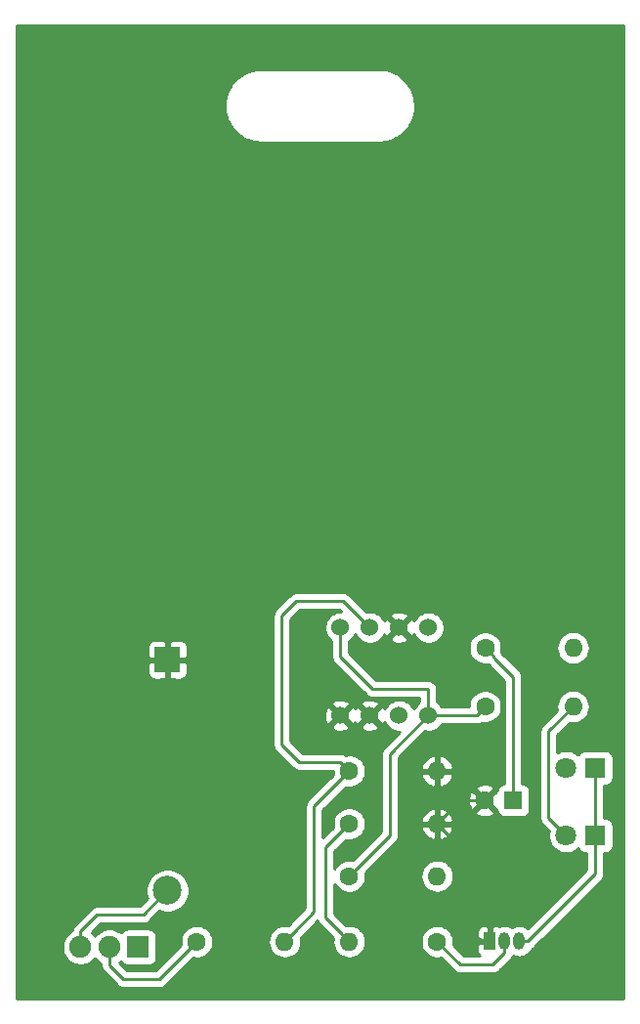
<source format=gtl>
G04 #@! TF.GenerationSoftware,KiCad,Pcbnew,5.1.0-060a0da~80~ubuntu16.04.1*
G04 #@! TF.CreationDate,2019-04-04T16:50:19+05:30*
G04 #@! TF.ProjectId,555_Badge,3535355f-4261-4646-9765-2e6b69636164,v01*
G04 #@! TF.SameCoordinates,Original*
G04 #@! TF.FileFunction,Copper,L1,Top*
G04 #@! TF.FilePolarity,Positive*
%FSLAX46Y46*%
G04 Gerber Fmt 4.6, Leading zero omitted, Abs format (unit mm)*
G04 Created by KiCad (PCBNEW 5.1.0-060a0da~80~ubuntu16.04.1) date 2019-04-04 16:50:19*
%MOMM*%
%LPD*%
G04 APERTURE LIST*
%ADD10R,2.170000X2.170000*%
%ADD11C,2.500000*%
%ADD12R,1.600000X1.600000*%
%ADD13C,1.600000*%
%ADD14R,1.800000X1.800000*%
%ADD15C,1.800000*%
%ADD16O,1.000000X1.500000*%
%ADD17R,1.000000X1.500000*%
%ADD18O,1.600000X1.600000*%
%ADD19R,1.900000X1.900000*%
%ADD20C,1.900000*%
%ADD21C,1.524000*%
%ADD22C,0.254000*%
G04 APERTURE END LIST*
D10*
X140716000Y-97028000D03*
D11*
X140716000Y-117028000D03*
D12*
X170688000Y-109220000D03*
D13*
X168188000Y-109220000D03*
D14*
X177800000Y-106387001D03*
D15*
X175260000Y-106387001D03*
X175260000Y-112268000D03*
D14*
X177800000Y-112268000D03*
D16*
X169926000Y-121412000D03*
X171196000Y-121412000D03*
D17*
X168656000Y-121412000D03*
D13*
X143257001Y-121447001D03*
D18*
X150877001Y-121447001D03*
X164084000Y-106680000D03*
D13*
X156464000Y-106680000D03*
X168237001Y-96012000D03*
D18*
X175857001Y-96012000D03*
X164084000Y-111252000D03*
D13*
X156464000Y-111252000D03*
X164084000Y-121447001D03*
D18*
X156464000Y-121447001D03*
X164084000Y-115777001D03*
D13*
X156464000Y-115777001D03*
X168237001Y-101092000D03*
D18*
X175857001Y-101092000D03*
D19*
X138176000Y-121920000D03*
D20*
X135676000Y-121920000D03*
X133176000Y-121920000D03*
D21*
X155702000Y-101854000D03*
X158242000Y-101854000D03*
X160782000Y-101854000D03*
X163322000Y-101854000D03*
X163322000Y-94234000D03*
X160782000Y-94234000D03*
X158242000Y-94234000D03*
X155702000Y-94234000D03*
D22*
X167902000Y-121412000D02*
X166370000Y-119880000D01*
X168656000Y-121412000D02*
X167902000Y-121412000D01*
X166370000Y-113538000D02*
X164084000Y-111252000D01*
X166370000Y-119880000D02*
X166370000Y-113538000D01*
X166116000Y-109220000D02*
X168188000Y-109220000D01*
X164084000Y-111252000D02*
X166116000Y-109220000D01*
X164084000Y-111252000D02*
X164084000Y-106680000D01*
X155664001Y-120647002D02*
X155664001Y-120612001D01*
X156464000Y-121447001D02*
X155664001Y-120647002D01*
X155664001Y-120612001D02*
X154432000Y-119380000D01*
X154432000Y-113284000D02*
X156464000Y-111252000D01*
X154432000Y-119380000D02*
X154432000Y-113284000D01*
X169037000Y-96811999D02*
X169037000Y-96901000D01*
X168237001Y-96012000D02*
X169037000Y-96811999D01*
X170688000Y-98552000D02*
X170688000Y-109220000D01*
X169037000Y-96901000D02*
X170688000Y-98552000D01*
X171950000Y-121412000D02*
X177800000Y-115562000D01*
X177800000Y-115562000D02*
X177800000Y-112268000D01*
X171196000Y-121412000D02*
X171950000Y-121412000D01*
X177800000Y-111114000D02*
X177800000Y-106387001D01*
X177800000Y-112268000D02*
X177800000Y-111114000D01*
X173736000Y-103213001D02*
X175857001Y-101092000D01*
X173736000Y-110744000D02*
X173736000Y-103213001D01*
X175260000Y-112268000D02*
X173736000Y-110744000D01*
X169926000Y-122416000D02*
X168898000Y-123444000D01*
X169926000Y-121412000D02*
X169926000Y-122416000D01*
X166080999Y-123444000D02*
X164084000Y-121447001D01*
X168898000Y-123444000D02*
X166080999Y-123444000D01*
X135676000Y-121920000D02*
X135676000Y-123484000D01*
X135676000Y-123484000D02*
X136906000Y-124714000D01*
X139990002Y-124714000D02*
X143257001Y-121447001D01*
X136906000Y-124714000D02*
X139990002Y-124714000D01*
X163322000Y-101854000D02*
X163322000Y-99568000D01*
X163322000Y-99568000D02*
X158496000Y-99568000D01*
X155702000Y-95311630D02*
X155702000Y-94234000D01*
X155702000Y-96774000D02*
X155702000Y-95311630D01*
X158496000Y-99568000D02*
X155702000Y-96774000D01*
X159973001Y-105202999D02*
X163322000Y-101854000D01*
X159973001Y-112268000D02*
X159973001Y-105202999D01*
X156464000Y-115777001D02*
X159973001Y-112268000D01*
X167475001Y-101854000D02*
X168237001Y-101092000D01*
X163322000Y-101854000D02*
X167475001Y-101854000D01*
X151677000Y-120647002D02*
X151677000Y-120611000D01*
X150877001Y-121447001D02*
X151677000Y-120647002D01*
X151677000Y-120611000D02*
X153416000Y-118872000D01*
X153416000Y-109728000D02*
X156464000Y-106680000D01*
X153416000Y-118872000D02*
X153416000Y-109728000D01*
X155664001Y-105880001D02*
X152108001Y-105880001D01*
X156464000Y-106680000D02*
X155664001Y-105880001D01*
X152108001Y-105880001D02*
X150622000Y-104394000D01*
X150622000Y-104394000D02*
X150622000Y-93218000D01*
X150622000Y-93218000D02*
X151892000Y-91948000D01*
X155956000Y-91948000D02*
X158242000Y-94234000D01*
X151892000Y-91948000D02*
X155956000Y-91948000D01*
X133176000Y-121920000D02*
X133176000Y-120570000D01*
X133176000Y-120570000D02*
X134620000Y-119126000D01*
X138618000Y-119126000D02*
X140716000Y-117028000D01*
X134620000Y-119126000D02*
X138618000Y-119126000D01*
G36*
X180200300Y-126352300D02*
G01*
X127647700Y-126352300D01*
X127647700Y-121763891D01*
X131591000Y-121763891D01*
X131591000Y-122076109D01*
X131651911Y-122382327D01*
X131771391Y-122670779D01*
X131944850Y-122930379D01*
X132165621Y-123151150D01*
X132425221Y-123324609D01*
X132713673Y-123444089D01*
X133019891Y-123505000D01*
X133332109Y-123505000D01*
X133638327Y-123444089D01*
X133926779Y-123324609D01*
X134186379Y-123151150D01*
X134407150Y-122930379D01*
X134426000Y-122902168D01*
X134444850Y-122930379D01*
X134665621Y-123151150D01*
X134914001Y-123317112D01*
X134914001Y-123446567D01*
X134910314Y-123484000D01*
X134925027Y-123633378D01*
X134968599Y-123777015D01*
X135039355Y-123909392D01*
X135074323Y-123952000D01*
X135134579Y-124025422D01*
X135163649Y-124049279D01*
X136340716Y-125226346D01*
X136364578Y-125255422D01*
X136438219Y-125315857D01*
X136480607Y-125350645D01*
X136551364Y-125388465D01*
X136612985Y-125421402D01*
X136756622Y-125464974D01*
X136868574Y-125476000D01*
X136868577Y-125476000D01*
X136906000Y-125479686D01*
X136943423Y-125476000D01*
X139952579Y-125476000D01*
X139990002Y-125479686D01*
X140027425Y-125476000D01*
X140027428Y-125476000D01*
X140139380Y-125464974D01*
X140283017Y-125421402D01*
X140415394Y-125350645D01*
X140531424Y-125255422D01*
X140555286Y-125226346D01*
X142935475Y-122846158D01*
X143115666Y-122882001D01*
X143398336Y-122882001D01*
X143675575Y-122826854D01*
X143936728Y-122718681D01*
X144171760Y-122561638D01*
X144371638Y-122361760D01*
X144528681Y-122126728D01*
X144636854Y-121865575D01*
X144692001Y-121588336D01*
X144692001Y-121447001D01*
X149435058Y-121447001D01*
X149462765Y-121728310D01*
X149544819Y-121998809D01*
X149678069Y-122248102D01*
X149857393Y-122466609D01*
X150075900Y-122645933D01*
X150325193Y-122779183D01*
X150595692Y-122861237D01*
X150806509Y-122882001D01*
X150947493Y-122882001D01*
X151158310Y-122861237D01*
X151428809Y-122779183D01*
X151678102Y-122645933D01*
X151896609Y-122466609D01*
X152075933Y-122248102D01*
X152209183Y-121998809D01*
X152291237Y-121728310D01*
X152318944Y-121447001D01*
X152291237Y-121165692D01*
X152276621Y-121117508D01*
X152313645Y-121072394D01*
X152337080Y-121028550D01*
X153717155Y-119648476D01*
X153724598Y-119673014D01*
X153724599Y-119673015D01*
X153795355Y-119805392D01*
X153828940Y-119846315D01*
X153890578Y-119921422D01*
X153919654Y-119945284D01*
X155005071Y-121030701D01*
X155027356Y-121072394D01*
X155059385Y-121111421D01*
X155064380Y-121117508D01*
X155049764Y-121165692D01*
X155022057Y-121447001D01*
X155049764Y-121728310D01*
X155131818Y-121998809D01*
X155265068Y-122248102D01*
X155444392Y-122466609D01*
X155662899Y-122645933D01*
X155912192Y-122779183D01*
X156182691Y-122861237D01*
X156393508Y-122882001D01*
X156534492Y-122882001D01*
X156745309Y-122861237D01*
X157015808Y-122779183D01*
X157265101Y-122645933D01*
X157483608Y-122466609D01*
X157662932Y-122248102D01*
X157796182Y-121998809D01*
X157878236Y-121728310D01*
X157905943Y-121447001D01*
X157892023Y-121305666D01*
X162649000Y-121305666D01*
X162649000Y-121588336D01*
X162704147Y-121865575D01*
X162812320Y-122126728D01*
X162969363Y-122361760D01*
X163169241Y-122561638D01*
X163404273Y-122718681D01*
X163665426Y-122826854D01*
X163942665Y-122882001D01*
X164225335Y-122882001D01*
X164405527Y-122846158D01*
X165515720Y-123956352D01*
X165539577Y-123985422D01*
X165655607Y-124080645D01*
X165787984Y-124151402D01*
X165931621Y-124194974D01*
X166043573Y-124206000D01*
X166043575Y-124206000D01*
X166080998Y-124209686D01*
X166118421Y-124206000D01*
X168860577Y-124206000D01*
X168898000Y-124209686D01*
X168935423Y-124206000D01*
X168935426Y-124206000D01*
X169047378Y-124194974D01*
X169191015Y-124151402D01*
X169323392Y-124080645D01*
X169439422Y-123985422D01*
X169463284Y-123956346D01*
X170438346Y-122981284D01*
X170467422Y-122957422D01*
X170546359Y-122861237D01*
X170562645Y-122841393D01*
X170610692Y-122751502D01*
X170633402Y-122709015D01*
X170649264Y-122656726D01*
X170759553Y-122715676D01*
X170973501Y-122780577D01*
X171196000Y-122802491D01*
X171418498Y-122780577D01*
X171632446Y-122715676D01*
X171829623Y-122610284D01*
X172002449Y-122468449D01*
X172144284Y-122295623D01*
X172237597Y-122121046D01*
X172243015Y-122119402D01*
X172375392Y-122048645D01*
X172491422Y-121953422D01*
X172515284Y-121924346D01*
X178312353Y-116127278D01*
X178341422Y-116103422D01*
X178436645Y-115987392D01*
X178507402Y-115855015D01*
X178550974Y-115711378D01*
X178562000Y-115599426D01*
X178562000Y-115599424D01*
X178565686Y-115562001D01*
X178562000Y-115524578D01*
X178562000Y-113806072D01*
X178700000Y-113806072D01*
X178824482Y-113793812D01*
X178944180Y-113757502D01*
X179054494Y-113698537D01*
X179151185Y-113619185D01*
X179230537Y-113522494D01*
X179289502Y-113412180D01*
X179325812Y-113292482D01*
X179338072Y-113168000D01*
X179338072Y-111368000D01*
X179325812Y-111243518D01*
X179289502Y-111123820D01*
X179230537Y-111013506D01*
X179151185Y-110916815D01*
X179054494Y-110837463D01*
X178944180Y-110778498D01*
X178824482Y-110742188D01*
X178700000Y-110729928D01*
X178562000Y-110729928D01*
X178562000Y-107925073D01*
X178700000Y-107925073D01*
X178824482Y-107912813D01*
X178944180Y-107876503D01*
X179054494Y-107817538D01*
X179151185Y-107738186D01*
X179230537Y-107641495D01*
X179289502Y-107531181D01*
X179325812Y-107411483D01*
X179338072Y-107287001D01*
X179338072Y-105487001D01*
X179325812Y-105362519D01*
X179289502Y-105242821D01*
X179230537Y-105132507D01*
X179151185Y-105035816D01*
X179054494Y-104956464D01*
X178944180Y-104897499D01*
X178824482Y-104861189D01*
X178700000Y-104848929D01*
X176900000Y-104848929D01*
X176775518Y-104861189D01*
X176655820Y-104897499D01*
X176545506Y-104956464D01*
X176448815Y-105035816D01*
X176369463Y-105132507D01*
X176310498Y-105242821D01*
X176304944Y-105261128D01*
X176238505Y-105194689D01*
X175987095Y-105026702D01*
X175707743Y-104910990D01*
X175411184Y-104852001D01*
X175108816Y-104852001D01*
X174812257Y-104910990D01*
X174532905Y-105026702D01*
X174498000Y-105050025D01*
X174498000Y-103528631D01*
X175533265Y-102493366D01*
X175575692Y-102506236D01*
X175786509Y-102527000D01*
X175927493Y-102527000D01*
X176138310Y-102506236D01*
X176408809Y-102424182D01*
X176658102Y-102290932D01*
X176876609Y-102111608D01*
X177055933Y-101893101D01*
X177189183Y-101643808D01*
X177271237Y-101373309D01*
X177298944Y-101092000D01*
X177271237Y-100810691D01*
X177189183Y-100540192D01*
X177055933Y-100290899D01*
X176876609Y-100072392D01*
X176658102Y-99893068D01*
X176408809Y-99759818D01*
X176138310Y-99677764D01*
X175927493Y-99657000D01*
X175786509Y-99657000D01*
X175575692Y-99677764D01*
X175305193Y-99759818D01*
X175055900Y-99893068D01*
X174837393Y-100072392D01*
X174658069Y-100290899D01*
X174524819Y-100540192D01*
X174442765Y-100810691D01*
X174415058Y-101092000D01*
X174442765Y-101373309D01*
X174455635Y-101415736D01*
X173223649Y-102647722D01*
X173194579Y-102671579D01*
X173170722Y-102700649D01*
X173170721Y-102700650D01*
X173099355Y-102787609D01*
X173028599Y-102919986D01*
X172985027Y-103063623D01*
X172970314Y-103213001D01*
X172974001Y-103250434D01*
X172974000Y-110706577D01*
X172970314Y-110744000D01*
X172974000Y-110781423D01*
X172974000Y-110781425D01*
X172985026Y-110893377D01*
X173028598Y-111037014D01*
X173028599Y-111037015D01*
X173099355Y-111169392D01*
X173138983Y-111217678D01*
X173194578Y-111285422D01*
X173223654Y-111309284D01*
X173775799Y-111861430D01*
X173725000Y-112116816D01*
X173725000Y-112419184D01*
X173783989Y-112715743D01*
X173899701Y-112995095D01*
X174067688Y-113246505D01*
X174281495Y-113460312D01*
X174532905Y-113628299D01*
X174812257Y-113744011D01*
X175108816Y-113803000D01*
X175411184Y-113803000D01*
X175707743Y-113744011D01*
X175987095Y-113628299D01*
X176238505Y-113460312D01*
X176304944Y-113393873D01*
X176310498Y-113412180D01*
X176369463Y-113522494D01*
X176448815Y-113619185D01*
X176545506Y-113698537D01*
X176655820Y-113757502D01*
X176775518Y-113793812D01*
X176900000Y-113806072D01*
X177038001Y-113806072D01*
X177038000Y-115246369D01*
X171962008Y-120322362D01*
X171829623Y-120213716D01*
X171632447Y-120108324D01*
X171418499Y-120043423D01*
X171196000Y-120021509D01*
X170973502Y-120043423D01*
X170759554Y-120108324D01*
X170562378Y-120213716D01*
X170561000Y-120214846D01*
X170559623Y-120213716D01*
X170362447Y-120108324D01*
X170148499Y-120043423D01*
X169926000Y-120021509D01*
X169703502Y-120043423D01*
X169489554Y-120108324D01*
X169478379Y-120114297D01*
X169400180Y-120072498D01*
X169280482Y-120036188D01*
X169156000Y-120023928D01*
X168941750Y-120027000D01*
X168783000Y-120185750D01*
X168783000Y-121285000D01*
X168791000Y-121285000D01*
X168791000Y-121539000D01*
X168783000Y-121539000D01*
X168783000Y-121559000D01*
X168529000Y-121559000D01*
X168529000Y-121539000D01*
X167679750Y-121539000D01*
X167521000Y-121697750D01*
X167517928Y-122162000D01*
X167530188Y-122286482D01*
X167566498Y-122406180D01*
X167625463Y-122516494D01*
X167704815Y-122613185D01*
X167788667Y-122682000D01*
X166396630Y-122682000D01*
X165483157Y-121768528D01*
X165519000Y-121588336D01*
X165519000Y-121305666D01*
X165463853Y-121028427D01*
X165355680Y-120767274D01*
X165285339Y-120662000D01*
X167517928Y-120662000D01*
X167521000Y-121126250D01*
X167679750Y-121285000D01*
X168529000Y-121285000D01*
X168529000Y-120185750D01*
X168370250Y-120027000D01*
X168156000Y-120023928D01*
X168031518Y-120036188D01*
X167911820Y-120072498D01*
X167801506Y-120131463D01*
X167704815Y-120210815D01*
X167625463Y-120307506D01*
X167566498Y-120417820D01*
X167530188Y-120537518D01*
X167517928Y-120662000D01*
X165285339Y-120662000D01*
X165198637Y-120532242D01*
X164998759Y-120332364D01*
X164763727Y-120175321D01*
X164502574Y-120067148D01*
X164225335Y-120012001D01*
X163942665Y-120012001D01*
X163665426Y-120067148D01*
X163404273Y-120175321D01*
X163169241Y-120332364D01*
X162969363Y-120532242D01*
X162812320Y-120767274D01*
X162704147Y-121028427D01*
X162649000Y-121305666D01*
X157892023Y-121305666D01*
X157878236Y-121165692D01*
X157796182Y-120895193D01*
X157662932Y-120645900D01*
X157483608Y-120427393D01*
X157265101Y-120248069D01*
X157015808Y-120114819D01*
X156745309Y-120032765D01*
X156534492Y-120012001D01*
X156393508Y-120012001D01*
X156182691Y-120032765D01*
X156167119Y-120037489D01*
X155194000Y-119064370D01*
X155194000Y-116459242D01*
X155349363Y-116691760D01*
X155549241Y-116891638D01*
X155784273Y-117048681D01*
X156045426Y-117156854D01*
X156322665Y-117212001D01*
X156605335Y-117212001D01*
X156882574Y-117156854D01*
X157143727Y-117048681D01*
X157378759Y-116891638D01*
X157578637Y-116691760D01*
X157735680Y-116456728D01*
X157843853Y-116195575D01*
X157899000Y-115918336D01*
X157899000Y-115777001D01*
X162642057Y-115777001D01*
X162669764Y-116058310D01*
X162751818Y-116328809D01*
X162885068Y-116578102D01*
X163064392Y-116796609D01*
X163282899Y-116975933D01*
X163532192Y-117109183D01*
X163802691Y-117191237D01*
X164013508Y-117212001D01*
X164154492Y-117212001D01*
X164365309Y-117191237D01*
X164635808Y-117109183D01*
X164885101Y-116975933D01*
X165103608Y-116796609D01*
X165282932Y-116578102D01*
X165416182Y-116328809D01*
X165498236Y-116058310D01*
X165525943Y-115777001D01*
X165498236Y-115495692D01*
X165416182Y-115225193D01*
X165282932Y-114975900D01*
X165103608Y-114757393D01*
X164885101Y-114578069D01*
X164635808Y-114444819D01*
X164365309Y-114362765D01*
X164154492Y-114342001D01*
X164013508Y-114342001D01*
X163802691Y-114362765D01*
X163532192Y-114444819D01*
X163282899Y-114578069D01*
X163064392Y-114757393D01*
X162885068Y-114975900D01*
X162751818Y-115225193D01*
X162669764Y-115495692D01*
X162642057Y-115777001D01*
X157899000Y-115777001D01*
X157899000Y-115635666D01*
X157863157Y-115455474D01*
X160485354Y-112833278D01*
X160514423Y-112809422D01*
X160545422Y-112771649D01*
X160609646Y-112693393D01*
X160647466Y-112622636D01*
X160680403Y-112561015D01*
X160723975Y-112417378D01*
X160735001Y-112305426D01*
X160735001Y-112305423D01*
X160738687Y-112268000D01*
X160735001Y-112230574D01*
X160735001Y-111601039D01*
X162692096Y-111601039D01*
X162732754Y-111735087D01*
X162852963Y-111989420D01*
X163020481Y-112215414D01*
X163228869Y-112404385D01*
X163470119Y-112549070D01*
X163734960Y-112643909D01*
X163957000Y-112522624D01*
X163957000Y-111379000D01*
X164211000Y-111379000D01*
X164211000Y-112522624D01*
X164433040Y-112643909D01*
X164697881Y-112549070D01*
X164939131Y-112404385D01*
X165147519Y-112215414D01*
X165315037Y-111989420D01*
X165435246Y-111735087D01*
X165475904Y-111601039D01*
X165353915Y-111379000D01*
X164211000Y-111379000D01*
X163957000Y-111379000D01*
X162814085Y-111379000D01*
X162692096Y-111601039D01*
X160735001Y-111601039D01*
X160735001Y-110902961D01*
X162692096Y-110902961D01*
X162814085Y-111125000D01*
X163957000Y-111125000D01*
X163957000Y-109981376D01*
X164211000Y-109981376D01*
X164211000Y-111125000D01*
X165353915Y-111125000D01*
X165475904Y-110902961D01*
X165435246Y-110768913D01*
X165315037Y-110514580D01*
X165147519Y-110288586D01*
X165063838Y-110212702D01*
X167374903Y-110212702D01*
X167446486Y-110456671D01*
X167701996Y-110577571D01*
X167976184Y-110646300D01*
X168258512Y-110660217D01*
X168538130Y-110618787D01*
X168804292Y-110523603D01*
X168929514Y-110456671D01*
X169001097Y-110212702D01*
X168188000Y-109399605D01*
X167374903Y-110212702D01*
X165063838Y-110212702D01*
X164939131Y-110099615D01*
X164697881Y-109954930D01*
X164433040Y-109860091D01*
X164211000Y-109981376D01*
X163957000Y-109981376D01*
X163734960Y-109860091D01*
X163470119Y-109954930D01*
X163228869Y-110099615D01*
X163020481Y-110288586D01*
X162852963Y-110514580D01*
X162732754Y-110768913D01*
X162692096Y-110902961D01*
X160735001Y-110902961D01*
X160735001Y-109290512D01*
X166747783Y-109290512D01*
X166789213Y-109570130D01*
X166884397Y-109836292D01*
X166951329Y-109961514D01*
X167195298Y-110033097D01*
X168008395Y-109220000D01*
X167195298Y-108406903D01*
X166951329Y-108478486D01*
X166830429Y-108733996D01*
X166761700Y-109008184D01*
X166747783Y-109290512D01*
X160735001Y-109290512D01*
X160735001Y-108227298D01*
X167374903Y-108227298D01*
X168188000Y-109040395D01*
X169001097Y-108227298D01*
X168929514Y-107983329D01*
X168674004Y-107862429D01*
X168399816Y-107793700D01*
X168117488Y-107779783D01*
X167837870Y-107821213D01*
X167571708Y-107916397D01*
X167446486Y-107983329D01*
X167374903Y-108227298D01*
X160735001Y-108227298D01*
X160735001Y-107029039D01*
X162692096Y-107029039D01*
X162732754Y-107163087D01*
X162852963Y-107417420D01*
X163020481Y-107643414D01*
X163228869Y-107832385D01*
X163470119Y-107977070D01*
X163734960Y-108071909D01*
X163957000Y-107950624D01*
X163957000Y-106807000D01*
X164211000Y-106807000D01*
X164211000Y-107950624D01*
X164433040Y-108071909D01*
X164697881Y-107977070D01*
X164939131Y-107832385D01*
X165147519Y-107643414D01*
X165315037Y-107417420D01*
X165435246Y-107163087D01*
X165475904Y-107029039D01*
X165353915Y-106807000D01*
X164211000Y-106807000D01*
X163957000Y-106807000D01*
X162814085Y-106807000D01*
X162692096Y-107029039D01*
X160735001Y-107029039D01*
X160735001Y-106330961D01*
X162692096Y-106330961D01*
X162814085Y-106553000D01*
X163957000Y-106553000D01*
X163957000Y-105409376D01*
X164211000Y-105409376D01*
X164211000Y-106553000D01*
X165353915Y-106553000D01*
X165475904Y-106330961D01*
X165435246Y-106196913D01*
X165315037Y-105942580D01*
X165147519Y-105716586D01*
X164939131Y-105527615D01*
X164697881Y-105382930D01*
X164433040Y-105288091D01*
X164211000Y-105409376D01*
X163957000Y-105409376D01*
X163734960Y-105288091D01*
X163470119Y-105382930D01*
X163228869Y-105527615D01*
X163020481Y-105716586D01*
X162852963Y-105942580D01*
X162732754Y-106196913D01*
X162692096Y-106330961D01*
X160735001Y-106330961D01*
X160735001Y-105518629D01*
X163032790Y-103220841D01*
X163184408Y-103251000D01*
X163459592Y-103251000D01*
X163729490Y-103197314D01*
X163983727Y-103092005D01*
X164212535Y-102939120D01*
X164407120Y-102744535D01*
X164493005Y-102616000D01*
X167437578Y-102616000D01*
X167475001Y-102619686D01*
X167512424Y-102616000D01*
X167512427Y-102616000D01*
X167624379Y-102604974D01*
X167768016Y-102561402D01*
X167900393Y-102490645D01*
X167902833Y-102488643D01*
X168095666Y-102527000D01*
X168378336Y-102527000D01*
X168655575Y-102471853D01*
X168916728Y-102363680D01*
X169151760Y-102206637D01*
X169351638Y-102006759D01*
X169508681Y-101771727D01*
X169616854Y-101510574D01*
X169672001Y-101233335D01*
X169672001Y-100950665D01*
X169616854Y-100673426D01*
X169508681Y-100412273D01*
X169351638Y-100177241D01*
X169151760Y-99977363D01*
X168916728Y-99820320D01*
X168655575Y-99712147D01*
X168378336Y-99657000D01*
X168095666Y-99657000D01*
X167818427Y-99712147D01*
X167557274Y-99820320D01*
X167322242Y-99977363D01*
X167122364Y-100177241D01*
X166965321Y-100412273D01*
X166857148Y-100673426D01*
X166802001Y-100950665D01*
X166802001Y-101092000D01*
X164493005Y-101092000D01*
X164407120Y-100963465D01*
X164212535Y-100768880D01*
X164084000Y-100682995D01*
X164084000Y-99605426D01*
X164087686Y-99568000D01*
X164072974Y-99418622D01*
X164029402Y-99274985D01*
X163958645Y-99142608D01*
X163863422Y-99026578D01*
X163747392Y-98931355D01*
X163615015Y-98860598D01*
X163471378Y-98817026D01*
X163359426Y-98806000D01*
X163322000Y-98802314D01*
X163284575Y-98806000D01*
X158811630Y-98806000D01*
X156464000Y-96458370D01*
X156464000Y-95870665D01*
X166802001Y-95870665D01*
X166802001Y-96153335D01*
X166857148Y-96430574D01*
X166965321Y-96691727D01*
X167122364Y-96926759D01*
X167322242Y-97126637D01*
X167557274Y-97283680D01*
X167818427Y-97391853D01*
X168095666Y-97447000D01*
X168378336Y-97447000D01*
X168482355Y-97426309D01*
X168495578Y-97442422D01*
X168524653Y-97466283D01*
X169926000Y-98867630D01*
X169926001Y-107781928D01*
X169888000Y-107781928D01*
X169763518Y-107794188D01*
X169643820Y-107830498D01*
X169533506Y-107889463D01*
X169436815Y-107968815D01*
X169357463Y-108065506D01*
X169298498Y-108175820D01*
X169262188Y-108295518D01*
X169249928Y-108420000D01*
X169249928Y-108427215D01*
X169180702Y-108406903D01*
X168367605Y-109220000D01*
X169180702Y-110033097D01*
X169249928Y-110012785D01*
X169249928Y-110020000D01*
X169262188Y-110144482D01*
X169298498Y-110264180D01*
X169357463Y-110374494D01*
X169436815Y-110471185D01*
X169533506Y-110550537D01*
X169643820Y-110609502D01*
X169763518Y-110645812D01*
X169888000Y-110658072D01*
X171488000Y-110658072D01*
X171612482Y-110645812D01*
X171732180Y-110609502D01*
X171842494Y-110550537D01*
X171939185Y-110471185D01*
X172018537Y-110374494D01*
X172077502Y-110264180D01*
X172113812Y-110144482D01*
X172126072Y-110020000D01*
X172126072Y-108420000D01*
X172113812Y-108295518D01*
X172077502Y-108175820D01*
X172018537Y-108065506D01*
X171939185Y-107968815D01*
X171842494Y-107889463D01*
X171732180Y-107830498D01*
X171612482Y-107794188D01*
X171488000Y-107781928D01*
X171450000Y-107781928D01*
X171450000Y-98589423D01*
X171453686Y-98552000D01*
X171445363Y-98467494D01*
X171438974Y-98402622D01*
X171395402Y-98258985D01*
X171324646Y-98126609D01*
X171324645Y-98126607D01*
X171289857Y-98084219D01*
X171229422Y-98010578D01*
X171200347Y-97986717D01*
X169749535Y-96535905D01*
X169744402Y-96518984D01*
X169673645Y-96386607D01*
X169634973Y-96339485D01*
X169672001Y-96153335D01*
X169672001Y-96012000D01*
X174415058Y-96012000D01*
X174442765Y-96293309D01*
X174524819Y-96563808D01*
X174658069Y-96813101D01*
X174837393Y-97031608D01*
X175055900Y-97210932D01*
X175305193Y-97344182D01*
X175575692Y-97426236D01*
X175786509Y-97447000D01*
X175927493Y-97447000D01*
X176138310Y-97426236D01*
X176408809Y-97344182D01*
X176658102Y-97210932D01*
X176876609Y-97031608D01*
X177055933Y-96813101D01*
X177189183Y-96563808D01*
X177271237Y-96293309D01*
X177298944Y-96012000D01*
X177271237Y-95730691D01*
X177189183Y-95460192D01*
X177055933Y-95210899D01*
X176876609Y-94992392D01*
X176658102Y-94813068D01*
X176408809Y-94679818D01*
X176138310Y-94597764D01*
X175927493Y-94577000D01*
X175786509Y-94577000D01*
X175575692Y-94597764D01*
X175305193Y-94679818D01*
X175055900Y-94813068D01*
X174837393Y-94992392D01*
X174658069Y-95210899D01*
X174524819Y-95460192D01*
X174442765Y-95730691D01*
X174415058Y-96012000D01*
X169672001Y-96012000D01*
X169672001Y-95870665D01*
X169616854Y-95593426D01*
X169508681Y-95332273D01*
X169351638Y-95097241D01*
X169151760Y-94897363D01*
X168916728Y-94740320D01*
X168655575Y-94632147D01*
X168378336Y-94577000D01*
X168095666Y-94577000D01*
X167818427Y-94632147D01*
X167557274Y-94740320D01*
X167322242Y-94897363D01*
X167122364Y-95097241D01*
X166965321Y-95332273D01*
X166857148Y-95593426D01*
X166802001Y-95870665D01*
X156464000Y-95870665D01*
X156464000Y-95405005D01*
X156592535Y-95319120D01*
X156787120Y-95124535D01*
X156940005Y-94895727D01*
X156972000Y-94818485D01*
X157003995Y-94895727D01*
X157156880Y-95124535D01*
X157351465Y-95319120D01*
X157580273Y-95472005D01*
X157834510Y-95577314D01*
X158104408Y-95631000D01*
X158379592Y-95631000D01*
X158649490Y-95577314D01*
X158903727Y-95472005D01*
X159132535Y-95319120D01*
X159252090Y-95199565D01*
X159996040Y-95199565D01*
X160063020Y-95439656D01*
X160312048Y-95556756D01*
X160579135Y-95623023D01*
X160854017Y-95635910D01*
X161126133Y-95594922D01*
X161385023Y-95501636D01*
X161500980Y-95439656D01*
X161567960Y-95199565D01*
X160782000Y-94413605D01*
X159996040Y-95199565D01*
X159252090Y-95199565D01*
X159327120Y-95124535D01*
X159480005Y-94895727D01*
X159509692Y-94824057D01*
X159514364Y-94837023D01*
X159576344Y-94952980D01*
X159816435Y-95019960D01*
X160602395Y-94234000D01*
X160961605Y-94234000D01*
X161747565Y-95019960D01*
X161987656Y-94952980D01*
X162051485Y-94817240D01*
X162083995Y-94895727D01*
X162236880Y-95124535D01*
X162431465Y-95319120D01*
X162660273Y-95472005D01*
X162914510Y-95577314D01*
X163184408Y-95631000D01*
X163459592Y-95631000D01*
X163729490Y-95577314D01*
X163983727Y-95472005D01*
X164212535Y-95319120D01*
X164407120Y-95124535D01*
X164560005Y-94895727D01*
X164665314Y-94641490D01*
X164719000Y-94371592D01*
X164719000Y-94096408D01*
X164665314Y-93826510D01*
X164560005Y-93572273D01*
X164407120Y-93343465D01*
X164212535Y-93148880D01*
X163983727Y-92995995D01*
X163729490Y-92890686D01*
X163459592Y-92837000D01*
X163184408Y-92837000D01*
X162914510Y-92890686D01*
X162660273Y-92995995D01*
X162431465Y-93148880D01*
X162236880Y-93343465D01*
X162083995Y-93572273D01*
X162054308Y-93643943D01*
X162049636Y-93630977D01*
X161987656Y-93515020D01*
X161747565Y-93448040D01*
X160961605Y-94234000D01*
X160602395Y-94234000D01*
X159816435Y-93448040D01*
X159576344Y-93515020D01*
X159512515Y-93650760D01*
X159480005Y-93572273D01*
X159327120Y-93343465D01*
X159252090Y-93268435D01*
X159996040Y-93268435D01*
X160782000Y-94054395D01*
X161567960Y-93268435D01*
X161500980Y-93028344D01*
X161251952Y-92911244D01*
X160984865Y-92844977D01*
X160709983Y-92832090D01*
X160437867Y-92873078D01*
X160178977Y-92966364D01*
X160063020Y-93028344D01*
X159996040Y-93268435D01*
X159252090Y-93268435D01*
X159132535Y-93148880D01*
X158903727Y-92995995D01*
X158649490Y-92890686D01*
X158379592Y-92837000D01*
X158104408Y-92837000D01*
X157952789Y-92867159D01*
X156521284Y-91435654D01*
X156497422Y-91406578D01*
X156381392Y-91311355D01*
X156249015Y-91240598D01*
X156105378Y-91197026D01*
X155993426Y-91186000D01*
X155993423Y-91186000D01*
X155956000Y-91182314D01*
X155918577Y-91186000D01*
X151929422Y-91186000D01*
X151891999Y-91182314D01*
X151854576Y-91186000D01*
X151854574Y-91186000D01*
X151742622Y-91197026D01*
X151598985Y-91240598D01*
X151466608Y-91311355D01*
X151350578Y-91406578D01*
X151326721Y-91435648D01*
X150109649Y-92652721D01*
X150080579Y-92676578D01*
X150056722Y-92705648D01*
X150056721Y-92705649D01*
X149985355Y-92792608D01*
X149914599Y-92924985D01*
X149871027Y-93068622D01*
X149856314Y-93218000D01*
X149860001Y-93255433D01*
X149860000Y-104356577D01*
X149856314Y-104394000D01*
X149860000Y-104431423D01*
X149860000Y-104431425D01*
X149871026Y-104543377D01*
X149914598Y-104687014D01*
X149947535Y-104748635D01*
X149985355Y-104819392D01*
X150009596Y-104848929D01*
X150080578Y-104935422D01*
X150109654Y-104959284D01*
X151542721Y-106392352D01*
X151566579Y-106421423D01*
X151595649Y-106445280D01*
X151682608Y-106516646D01*
X151753365Y-106554466D01*
X151814986Y-106587403D01*
X151958623Y-106630975D01*
X152070575Y-106642001D01*
X152070578Y-106642001D01*
X152108001Y-106645687D01*
X152145424Y-106642001D01*
X155029000Y-106642001D01*
X155029000Y-106821335D01*
X155064843Y-107001526D01*
X152903649Y-109162721D01*
X152874579Y-109186578D01*
X152850722Y-109215648D01*
X152850721Y-109215649D01*
X152779355Y-109302608D01*
X152708599Y-109434985D01*
X152665027Y-109578622D01*
X152650314Y-109728000D01*
X152654001Y-109765433D01*
X152654000Y-118556369D01*
X151173114Y-120037256D01*
X151158310Y-120032765D01*
X150947493Y-120012001D01*
X150806509Y-120012001D01*
X150595692Y-120032765D01*
X150325193Y-120114819D01*
X150075900Y-120248069D01*
X149857393Y-120427393D01*
X149678069Y-120645900D01*
X149544819Y-120895193D01*
X149462765Y-121165692D01*
X149435058Y-121447001D01*
X144692001Y-121447001D01*
X144692001Y-121305666D01*
X144636854Y-121028427D01*
X144528681Y-120767274D01*
X144371638Y-120532242D01*
X144171760Y-120332364D01*
X143936728Y-120175321D01*
X143675575Y-120067148D01*
X143398336Y-120012001D01*
X143115666Y-120012001D01*
X142838427Y-120067148D01*
X142577274Y-120175321D01*
X142342242Y-120332364D01*
X142142364Y-120532242D01*
X141985321Y-120767274D01*
X141877148Y-121028427D01*
X141822001Y-121305666D01*
X141822001Y-121588336D01*
X141857844Y-121768527D01*
X139674372Y-123952000D01*
X137221630Y-123952000D01*
X136527164Y-123257534D01*
X136664186Y-123165979D01*
X136695463Y-123224494D01*
X136774815Y-123321185D01*
X136871506Y-123400537D01*
X136981820Y-123459502D01*
X137101518Y-123495812D01*
X137226000Y-123508072D01*
X139126000Y-123508072D01*
X139250482Y-123495812D01*
X139370180Y-123459502D01*
X139480494Y-123400537D01*
X139577185Y-123321185D01*
X139656537Y-123224494D01*
X139715502Y-123114180D01*
X139751812Y-122994482D01*
X139764072Y-122870000D01*
X139764072Y-120970000D01*
X139751812Y-120845518D01*
X139715502Y-120725820D01*
X139656537Y-120615506D01*
X139577185Y-120518815D01*
X139480494Y-120439463D01*
X139370180Y-120380498D01*
X139250482Y-120344188D01*
X139126000Y-120331928D01*
X137226000Y-120331928D01*
X137101518Y-120344188D01*
X136981820Y-120380498D01*
X136871506Y-120439463D01*
X136774815Y-120518815D01*
X136695463Y-120615506D01*
X136664186Y-120674021D01*
X136426779Y-120515391D01*
X136138327Y-120395911D01*
X135832109Y-120335000D01*
X135519891Y-120335000D01*
X135213673Y-120395911D01*
X134925221Y-120515391D01*
X134665621Y-120688850D01*
X134444850Y-120909621D01*
X134426000Y-120937832D01*
X134407150Y-120909621D01*
X134186379Y-120688850D01*
X134155448Y-120668182D01*
X134935631Y-119888000D01*
X138580577Y-119888000D01*
X138618000Y-119891686D01*
X138655423Y-119888000D01*
X138655426Y-119888000D01*
X138767378Y-119876974D01*
X138911015Y-119833402D01*
X139043392Y-119762645D01*
X139159422Y-119667422D01*
X139183284Y-119638346D01*
X140035283Y-118786348D01*
X140166166Y-118840561D01*
X140530344Y-118913000D01*
X140901656Y-118913000D01*
X141265834Y-118840561D01*
X141608882Y-118698466D01*
X141917618Y-118492175D01*
X142180175Y-118229618D01*
X142386466Y-117920882D01*
X142528561Y-117577834D01*
X142601000Y-117213656D01*
X142601000Y-116842344D01*
X142528561Y-116478166D01*
X142386466Y-116135118D01*
X142180175Y-115826382D01*
X141917618Y-115563825D01*
X141608882Y-115357534D01*
X141265834Y-115215439D01*
X140901656Y-115143000D01*
X140530344Y-115143000D01*
X140166166Y-115215439D01*
X139823118Y-115357534D01*
X139514382Y-115563825D01*
X139251825Y-115826382D01*
X139045534Y-116135118D01*
X138903439Y-116478166D01*
X138831000Y-116842344D01*
X138831000Y-117213656D01*
X138903439Y-117577834D01*
X138957652Y-117708717D01*
X138302370Y-118364000D01*
X134657422Y-118364000D01*
X134619999Y-118360314D01*
X134582576Y-118364000D01*
X134582574Y-118364000D01*
X134470622Y-118375026D01*
X134326985Y-118418598D01*
X134194608Y-118489355D01*
X134078578Y-118584578D01*
X134054721Y-118613648D01*
X132663649Y-120004721D01*
X132634579Y-120028578D01*
X132610722Y-120057648D01*
X132610721Y-120057649D01*
X132539355Y-120144608D01*
X132468599Y-120276985D01*
X132425027Y-120420622D01*
X132415021Y-120522206D01*
X132165621Y-120688850D01*
X131944850Y-120909621D01*
X131771391Y-121169221D01*
X131651911Y-121457673D01*
X131591000Y-121763891D01*
X127647700Y-121763891D01*
X127647700Y-98113000D01*
X138992928Y-98113000D01*
X139005188Y-98237482D01*
X139041498Y-98357180D01*
X139100463Y-98467494D01*
X139179815Y-98564185D01*
X139276506Y-98643537D01*
X139386820Y-98702502D01*
X139506518Y-98738812D01*
X139631000Y-98751072D01*
X140430250Y-98748000D01*
X140589000Y-98589250D01*
X140589000Y-97155000D01*
X140843000Y-97155000D01*
X140843000Y-98589250D01*
X141001750Y-98748000D01*
X141801000Y-98751072D01*
X141925482Y-98738812D01*
X142045180Y-98702502D01*
X142155494Y-98643537D01*
X142252185Y-98564185D01*
X142331537Y-98467494D01*
X142390502Y-98357180D01*
X142426812Y-98237482D01*
X142439072Y-98113000D01*
X142436000Y-97313750D01*
X142277250Y-97155000D01*
X140843000Y-97155000D01*
X140589000Y-97155000D01*
X139154750Y-97155000D01*
X138996000Y-97313750D01*
X138992928Y-98113000D01*
X127647700Y-98113000D01*
X127647700Y-95943000D01*
X138992928Y-95943000D01*
X138996000Y-96742250D01*
X139154750Y-96901000D01*
X140589000Y-96901000D01*
X140589000Y-95466750D01*
X140843000Y-95466750D01*
X140843000Y-96901000D01*
X142277250Y-96901000D01*
X142436000Y-96742250D01*
X142439072Y-95943000D01*
X142426812Y-95818518D01*
X142390502Y-95698820D01*
X142331537Y-95588506D01*
X142252185Y-95491815D01*
X142155494Y-95412463D01*
X142045180Y-95353498D01*
X141925482Y-95317188D01*
X141801000Y-95304928D01*
X141001750Y-95308000D01*
X140843000Y-95466750D01*
X140589000Y-95466750D01*
X140430250Y-95308000D01*
X139631000Y-95304928D01*
X139506518Y-95317188D01*
X139386820Y-95353498D01*
X139276506Y-95412463D01*
X139179815Y-95491815D01*
X139100463Y-95588506D01*
X139041498Y-95698820D01*
X139005188Y-95818518D01*
X138992928Y-95943000D01*
X127647700Y-95943000D01*
X127647700Y-48981030D01*
X145659028Y-48981030D01*
X145659438Y-49039733D01*
X145659028Y-49098435D01*
X145659910Y-49107435D01*
X145711727Y-49600441D01*
X145723533Y-49657957D01*
X145734531Y-49715611D01*
X145737145Y-49724268D01*
X145883734Y-50197821D01*
X145906498Y-50251973D01*
X145928474Y-50306367D01*
X145932718Y-50314348D01*
X145932720Y-50314353D01*
X145932723Y-50314357D01*
X146168497Y-50750412D01*
X146201316Y-50799069D01*
X146233467Y-50848201D01*
X146239183Y-50855209D01*
X146555167Y-51237169D01*
X146596859Y-51278572D01*
X146637896Y-51320477D01*
X146644858Y-51326237D01*
X146644863Y-51326242D01*
X146644868Y-51326246D01*
X147029020Y-51639552D01*
X147077930Y-51672048D01*
X147126353Y-51705204D01*
X147134305Y-51709504D01*
X147134313Y-51709508D01*
X147572004Y-51942232D01*
X147626289Y-51964607D01*
X147680237Y-51987729D01*
X147688875Y-51990403D01*
X148163440Y-52133682D01*
X148221025Y-52145084D01*
X148278447Y-52157290D01*
X148287440Y-52158235D01*
X148780796Y-52206609D01*
X148780809Y-52206609D01*
X148812191Y-52209700D01*
X159035809Y-52209700D01*
X159038069Y-52209477D01*
X159043993Y-52209436D01*
X159073251Y-52206361D01*
X159102668Y-52206361D01*
X159111662Y-52205416D01*
X159604293Y-52150159D01*
X159661745Y-52137947D01*
X159719302Y-52126551D01*
X159727941Y-52123877D01*
X160200457Y-51973986D01*
X160254446Y-51950846D01*
X160308689Y-51928489D01*
X160316644Y-51924188D01*
X160751049Y-51685371D01*
X160799517Y-51652185D01*
X160848381Y-51619720D01*
X160855346Y-51613958D01*
X160855351Y-51613955D01*
X160855355Y-51613951D01*
X161235094Y-51295313D01*
X161276183Y-51253354D01*
X161317823Y-51212004D01*
X161323539Y-51204996D01*
X161634158Y-50818662D01*
X161666328Y-50769502D01*
X161699129Y-50720873D01*
X161703371Y-50712896D01*
X161703376Y-50712888D01*
X161703379Y-50712880D01*
X161933041Y-50273579D01*
X161955045Y-50219117D01*
X161977781Y-50165031D01*
X161980395Y-50156374D01*
X162120357Y-49680822D01*
X162131359Y-49623153D01*
X162143162Y-49565651D01*
X162144043Y-49556664D01*
X162144045Y-49556652D01*
X162144045Y-49556641D01*
X162188972Y-49062970D01*
X162188562Y-49004268D01*
X162188972Y-48945565D01*
X162188090Y-48936565D01*
X162136273Y-48443559D01*
X162124467Y-48386043D01*
X162113469Y-48328389D01*
X162110855Y-48319732D01*
X161964266Y-47846180D01*
X161941513Y-47792052D01*
X161919526Y-47737633D01*
X161915280Y-47729648D01*
X161679503Y-47293588D01*
X161646684Y-47244931D01*
X161614533Y-47195799D01*
X161608817Y-47188791D01*
X161292833Y-46806831D01*
X161251160Y-46765448D01*
X161210105Y-46723523D01*
X161203143Y-46717764D01*
X161203137Y-46717758D01*
X161203130Y-46717754D01*
X160818980Y-46404448D01*
X160770037Y-46371930D01*
X160721646Y-46338796D01*
X160713704Y-46334502D01*
X160713692Y-46334494D01*
X160713679Y-46334489D01*
X160275996Y-46101768D01*
X160221724Y-46079399D01*
X160167764Y-46056271D01*
X160159125Y-46053597D01*
X159684561Y-45910318D01*
X159626961Y-45898913D01*
X159569553Y-45886710D01*
X159560560Y-45885765D01*
X159067205Y-45837391D01*
X159067191Y-45837391D01*
X159035809Y-45834300D01*
X148812191Y-45834300D01*
X148809931Y-45834523D01*
X148804007Y-45834564D01*
X148774749Y-45837639D01*
X148745332Y-45837639D01*
X148736338Y-45838584D01*
X148243706Y-45893841D01*
X148186248Y-45906054D01*
X148128697Y-45917449D01*
X148120069Y-45920121D01*
X148120059Y-45920123D01*
X148120050Y-45920127D01*
X147647543Y-46070014D01*
X147593570Y-46093147D01*
X147539311Y-46115511D01*
X147531356Y-46119812D01*
X147096952Y-46358628D01*
X147048491Y-46391810D01*
X146999619Y-46424280D01*
X146992656Y-46430041D01*
X146992650Y-46430045D01*
X146992645Y-46430050D01*
X146612906Y-46748687D01*
X146571801Y-46790662D01*
X146530177Y-46831996D01*
X146524461Y-46839004D01*
X146213841Y-47225338D01*
X146181670Y-47274500D01*
X146148870Y-47323128D01*
X146144625Y-47331112D01*
X145914959Y-47770422D01*
X145892960Y-47824870D01*
X145870219Y-47878969D01*
X145867605Y-47887626D01*
X145727642Y-48363178D01*
X145716634Y-48420884D01*
X145704838Y-48478349D01*
X145703957Y-48487336D01*
X145703955Y-48487348D01*
X145703955Y-48487359D01*
X145659028Y-48981030D01*
X127647700Y-48981030D01*
X127647700Y-42049700D01*
X180200301Y-42049700D01*
X180200300Y-126352300D01*
X180200300Y-126352300D01*
G37*
X180200300Y-126352300D02*
X127647700Y-126352300D01*
X127647700Y-121763891D01*
X131591000Y-121763891D01*
X131591000Y-122076109D01*
X131651911Y-122382327D01*
X131771391Y-122670779D01*
X131944850Y-122930379D01*
X132165621Y-123151150D01*
X132425221Y-123324609D01*
X132713673Y-123444089D01*
X133019891Y-123505000D01*
X133332109Y-123505000D01*
X133638327Y-123444089D01*
X133926779Y-123324609D01*
X134186379Y-123151150D01*
X134407150Y-122930379D01*
X134426000Y-122902168D01*
X134444850Y-122930379D01*
X134665621Y-123151150D01*
X134914001Y-123317112D01*
X134914001Y-123446567D01*
X134910314Y-123484000D01*
X134925027Y-123633378D01*
X134968599Y-123777015D01*
X135039355Y-123909392D01*
X135074323Y-123952000D01*
X135134579Y-124025422D01*
X135163649Y-124049279D01*
X136340716Y-125226346D01*
X136364578Y-125255422D01*
X136438219Y-125315857D01*
X136480607Y-125350645D01*
X136551364Y-125388465D01*
X136612985Y-125421402D01*
X136756622Y-125464974D01*
X136868574Y-125476000D01*
X136868577Y-125476000D01*
X136906000Y-125479686D01*
X136943423Y-125476000D01*
X139952579Y-125476000D01*
X139990002Y-125479686D01*
X140027425Y-125476000D01*
X140027428Y-125476000D01*
X140139380Y-125464974D01*
X140283017Y-125421402D01*
X140415394Y-125350645D01*
X140531424Y-125255422D01*
X140555286Y-125226346D01*
X142935475Y-122846158D01*
X143115666Y-122882001D01*
X143398336Y-122882001D01*
X143675575Y-122826854D01*
X143936728Y-122718681D01*
X144171760Y-122561638D01*
X144371638Y-122361760D01*
X144528681Y-122126728D01*
X144636854Y-121865575D01*
X144692001Y-121588336D01*
X144692001Y-121447001D01*
X149435058Y-121447001D01*
X149462765Y-121728310D01*
X149544819Y-121998809D01*
X149678069Y-122248102D01*
X149857393Y-122466609D01*
X150075900Y-122645933D01*
X150325193Y-122779183D01*
X150595692Y-122861237D01*
X150806509Y-122882001D01*
X150947493Y-122882001D01*
X151158310Y-122861237D01*
X151428809Y-122779183D01*
X151678102Y-122645933D01*
X151896609Y-122466609D01*
X152075933Y-122248102D01*
X152209183Y-121998809D01*
X152291237Y-121728310D01*
X152318944Y-121447001D01*
X152291237Y-121165692D01*
X152276621Y-121117508D01*
X152313645Y-121072394D01*
X152337080Y-121028550D01*
X153717155Y-119648476D01*
X153724598Y-119673014D01*
X153724599Y-119673015D01*
X153795355Y-119805392D01*
X153828940Y-119846315D01*
X153890578Y-119921422D01*
X153919654Y-119945284D01*
X155005071Y-121030701D01*
X155027356Y-121072394D01*
X155059385Y-121111421D01*
X155064380Y-121117508D01*
X155049764Y-121165692D01*
X155022057Y-121447001D01*
X155049764Y-121728310D01*
X155131818Y-121998809D01*
X155265068Y-122248102D01*
X155444392Y-122466609D01*
X155662899Y-122645933D01*
X155912192Y-122779183D01*
X156182691Y-122861237D01*
X156393508Y-122882001D01*
X156534492Y-122882001D01*
X156745309Y-122861237D01*
X157015808Y-122779183D01*
X157265101Y-122645933D01*
X157483608Y-122466609D01*
X157662932Y-122248102D01*
X157796182Y-121998809D01*
X157878236Y-121728310D01*
X157905943Y-121447001D01*
X157892023Y-121305666D01*
X162649000Y-121305666D01*
X162649000Y-121588336D01*
X162704147Y-121865575D01*
X162812320Y-122126728D01*
X162969363Y-122361760D01*
X163169241Y-122561638D01*
X163404273Y-122718681D01*
X163665426Y-122826854D01*
X163942665Y-122882001D01*
X164225335Y-122882001D01*
X164405527Y-122846158D01*
X165515720Y-123956352D01*
X165539577Y-123985422D01*
X165655607Y-124080645D01*
X165787984Y-124151402D01*
X165931621Y-124194974D01*
X166043573Y-124206000D01*
X166043575Y-124206000D01*
X166080998Y-124209686D01*
X166118421Y-124206000D01*
X168860577Y-124206000D01*
X168898000Y-124209686D01*
X168935423Y-124206000D01*
X168935426Y-124206000D01*
X169047378Y-124194974D01*
X169191015Y-124151402D01*
X169323392Y-124080645D01*
X169439422Y-123985422D01*
X169463284Y-123956346D01*
X170438346Y-122981284D01*
X170467422Y-122957422D01*
X170546359Y-122861237D01*
X170562645Y-122841393D01*
X170610692Y-122751502D01*
X170633402Y-122709015D01*
X170649264Y-122656726D01*
X170759553Y-122715676D01*
X170973501Y-122780577D01*
X171196000Y-122802491D01*
X171418498Y-122780577D01*
X171632446Y-122715676D01*
X171829623Y-122610284D01*
X172002449Y-122468449D01*
X172144284Y-122295623D01*
X172237597Y-122121046D01*
X172243015Y-122119402D01*
X172375392Y-122048645D01*
X172491422Y-121953422D01*
X172515284Y-121924346D01*
X178312353Y-116127278D01*
X178341422Y-116103422D01*
X178436645Y-115987392D01*
X178507402Y-115855015D01*
X178550974Y-115711378D01*
X178562000Y-115599426D01*
X178562000Y-115599424D01*
X178565686Y-115562001D01*
X178562000Y-115524578D01*
X178562000Y-113806072D01*
X178700000Y-113806072D01*
X178824482Y-113793812D01*
X178944180Y-113757502D01*
X179054494Y-113698537D01*
X179151185Y-113619185D01*
X179230537Y-113522494D01*
X179289502Y-113412180D01*
X179325812Y-113292482D01*
X179338072Y-113168000D01*
X179338072Y-111368000D01*
X179325812Y-111243518D01*
X179289502Y-111123820D01*
X179230537Y-111013506D01*
X179151185Y-110916815D01*
X179054494Y-110837463D01*
X178944180Y-110778498D01*
X178824482Y-110742188D01*
X178700000Y-110729928D01*
X178562000Y-110729928D01*
X178562000Y-107925073D01*
X178700000Y-107925073D01*
X178824482Y-107912813D01*
X178944180Y-107876503D01*
X179054494Y-107817538D01*
X179151185Y-107738186D01*
X179230537Y-107641495D01*
X179289502Y-107531181D01*
X179325812Y-107411483D01*
X179338072Y-107287001D01*
X179338072Y-105487001D01*
X179325812Y-105362519D01*
X179289502Y-105242821D01*
X179230537Y-105132507D01*
X179151185Y-105035816D01*
X179054494Y-104956464D01*
X178944180Y-104897499D01*
X178824482Y-104861189D01*
X178700000Y-104848929D01*
X176900000Y-104848929D01*
X176775518Y-104861189D01*
X176655820Y-104897499D01*
X176545506Y-104956464D01*
X176448815Y-105035816D01*
X176369463Y-105132507D01*
X176310498Y-105242821D01*
X176304944Y-105261128D01*
X176238505Y-105194689D01*
X175987095Y-105026702D01*
X175707743Y-104910990D01*
X175411184Y-104852001D01*
X175108816Y-104852001D01*
X174812257Y-104910990D01*
X174532905Y-105026702D01*
X174498000Y-105050025D01*
X174498000Y-103528631D01*
X175533265Y-102493366D01*
X175575692Y-102506236D01*
X175786509Y-102527000D01*
X175927493Y-102527000D01*
X176138310Y-102506236D01*
X176408809Y-102424182D01*
X176658102Y-102290932D01*
X176876609Y-102111608D01*
X177055933Y-101893101D01*
X177189183Y-101643808D01*
X177271237Y-101373309D01*
X177298944Y-101092000D01*
X177271237Y-100810691D01*
X177189183Y-100540192D01*
X177055933Y-100290899D01*
X176876609Y-100072392D01*
X176658102Y-99893068D01*
X176408809Y-99759818D01*
X176138310Y-99677764D01*
X175927493Y-99657000D01*
X175786509Y-99657000D01*
X175575692Y-99677764D01*
X175305193Y-99759818D01*
X175055900Y-99893068D01*
X174837393Y-100072392D01*
X174658069Y-100290899D01*
X174524819Y-100540192D01*
X174442765Y-100810691D01*
X174415058Y-101092000D01*
X174442765Y-101373309D01*
X174455635Y-101415736D01*
X173223649Y-102647722D01*
X173194579Y-102671579D01*
X173170722Y-102700649D01*
X173170721Y-102700650D01*
X173099355Y-102787609D01*
X173028599Y-102919986D01*
X172985027Y-103063623D01*
X172970314Y-103213001D01*
X172974001Y-103250434D01*
X172974000Y-110706577D01*
X172970314Y-110744000D01*
X172974000Y-110781423D01*
X172974000Y-110781425D01*
X172985026Y-110893377D01*
X173028598Y-111037014D01*
X173028599Y-111037015D01*
X173099355Y-111169392D01*
X173138983Y-111217678D01*
X173194578Y-111285422D01*
X173223654Y-111309284D01*
X173775799Y-111861430D01*
X173725000Y-112116816D01*
X173725000Y-112419184D01*
X173783989Y-112715743D01*
X173899701Y-112995095D01*
X174067688Y-113246505D01*
X174281495Y-113460312D01*
X174532905Y-113628299D01*
X174812257Y-113744011D01*
X175108816Y-113803000D01*
X175411184Y-113803000D01*
X175707743Y-113744011D01*
X175987095Y-113628299D01*
X176238505Y-113460312D01*
X176304944Y-113393873D01*
X176310498Y-113412180D01*
X176369463Y-113522494D01*
X176448815Y-113619185D01*
X176545506Y-113698537D01*
X176655820Y-113757502D01*
X176775518Y-113793812D01*
X176900000Y-113806072D01*
X177038001Y-113806072D01*
X177038000Y-115246369D01*
X171962008Y-120322362D01*
X171829623Y-120213716D01*
X171632447Y-120108324D01*
X171418499Y-120043423D01*
X171196000Y-120021509D01*
X170973502Y-120043423D01*
X170759554Y-120108324D01*
X170562378Y-120213716D01*
X170561000Y-120214846D01*
X170559623Y-120213716D01*
X170362447Y-120108324D01*
X170148499Y-120043423D01*
X169926000Y-120021509D01*
X169703502Y-120043423D01*
X169489554Y-120108324D01*
X169478379Y-120114297D01*
X169400180Y-120072498D01*
X169280482Y-120036188D01*
X169156000Y-120023928D01*
X168941750Y-120027000D01*
X168783000Y-120185750D01*
X168783000Y-121285000D01*
X168791000Y-121285000D01*
X168791000Y-121539000D01*
X168783000Y-121539000D01*
X168783000Y-121559000D01*
X168529000Y-121559000D01*
X168529000Y-121539000D01*
X167679750Y-121539000D01*
X167521000Y-121697750D01*
X167517928Y-122162000D01*
X167530188Y-122286482D01*
X167566498Y-122406180D01*
X167625463Y-122516494D01*
X167704815Y-122613185D01*
X167788667Y-122682000D01*
X166396630Y-122682000D01*
X165483157Y-121768528D01*
X165519000Y-121588336D01*
X165519000Y-121305666D01*
X165463853Y-121028427D01*
X165355680Y-120767274D01*
X165285339Y-120662000D01*
X167517928Y-120662000D01*
X167521000Y-121126250D01*
X167679750Y-121285000D01*
X168529000Y-121285000D01*
X168529000Y-120185750D01*
X168370250Y-120027000D01*
X168156000Y-120023928D01*
X168031518Y-120036188D01*
X167911820Y-120072498D01*
X167801506Y-120131463D01*
X167704815Y-120210815D01*
X167625463Y-120307506D01*
X167566498Y-120417820D01*
X167530188Y-120537518D01*
X167517928Y-120662000D01*
X165285339Y-120662000D01*
X165198637Y-120532242D01*
X164998759Y-120332364D01*
X164763727Y-120175321D01*
X164502574Y-120067148D01*
X164225335Y-120012001D01*
X163942665Y-120012001D01*
X163665426Y-120067148D01*
X163404273Y-120175321D01*
X163169241Y-120332364D01*
X162969363Y-120532242D01*
X162812320Y-120767274D01*
X162704147Y-121028427D01*
X162649000Y-121305666D01*
X157892023Y-121305666D01*
X157878236Y-121165692D01*
X157796182Y-120895193D01*
X157662932Y-120645900D01*
X157483608Y-120427393D01*
X157265101Y-120248069D01*
X157015808Y-120114819D01*
X156745309Y-120032765D01*
X156534492Y-120012001D01*
X156393508Y-120012001D01*
X156182691Y-120032765D01*
X156167119Y-120037489D01*
X155194000Y-119064370D01*
X155194000Y-116459242D01*
X155349363Y-116691760D01*
X155549241Y-116891638D01*
X155784273Y-117048681D01*
X156045426Y-117156854D01*
X156322665Y-117212001D01*
X156605335Y-117212001D01*
X156882574Y-117156854D01*
X157143727Y-117048681D01*
X157378759Y-116891638D01*
X157578637Y-116691760D01*
X157735680Y-116456728D01*
X157843853Y-116195575D01*
X157899000Y-115918336D01*
X157899000Y-115777001D01*
X162642057Y-115777001D01*
X162669764Y-116058310D01*
X162751818Y-116328809D01*
X162885068Y-116578102D01*
X163064392Y-116796609D01*
X163282899Y-116975933D01*
X163532192Y-117109183D01*
X163802691Y-117191237D01*
X164013508Y-117212001D01*
X164154492Y-117212001D01*
X164365309Y-117191237D01*
X164635808Y-117109183D01*
X164885101Y-116975933D01*
X165103608Y-116796609D01*
X165282932Y-116578102D01*
X165416182Y-116328809D01*
X165498236Y-116058310D01*
X165525943Y-115777001D01*
X165498236Y-115495692D01*
X165416182Y-115225193D01*
X165282932Y-114975900D01*
X165103608Y-114757393D01*
X164885101Y-114578069D01*
X164635808Y-114444819D01*
X164365309Y-114362765D01*
X164154492Y-114342001D01*
X164013508Y-114342001D01*
X163802691Y-114362765D01*
X163532192Y-114444819D01*
X163282899Y-114578069D01*
X163064392Y-114757393D01*
X162885068Y-114975900D01*
X162751818Y-115225193D01*
X162669764Y-115495692D01*
X162642057Y-115777001D01*
X157899000Y-115777001D01*
X157899000Y-115635666D01*
X157863157Y-115455474D01*
X160485354Y-112833278D01*
X160514423Y-112809422D01*
X160545422Y-112771649D01*
X160609646Y-112693393D01*
X160647466Y-112622636D01*
X160680403Y-112561015D01*
X160723975Y-112417378D01*
X160735001Y-112305426D01*
X160735001Y-112305423D01*
X160738687Y-112268000D01*
X160735001Y-112230574D01*
X160735001Y-111601039D01*
X162692096Y-111601039D01*
X162732754Y-111735087D01*
X162852963Y-111989420D01*
X163020481Y-112215414D01*
X163228869Y-112404385D01*
X163470119Y-112549070D01*
X163734960Y-112643909D01*
X163957000Y-112522624D01*
X163957000Y-111379000D01*
X164211000Y-111379000D01*
X164211000Y-112522624D01*
X164433040Y-112643909D01*
X164697881Y-112549070D01*
X164939131Y-112404385D01*
X165147519Y-112215414D01*
X165315037Y-111989420D01*
X165435246Y-111735087D01*
X165475904Y-111601039D01*
X165353915Y-111379000D01*
X164211000Y-111379000D01*
X163957000Y-111379000D01*
X162814085Y-111379000D01*
X162692096Y-111601039D01*
X160735001Y-111601039D01*
X160735001Y-110902961D01*
X162692096Y-110902961D01*
X162814085Y-111125000D01*
X163957000Y-111125000D01*
X163957000Y-109981376D01*
X164211000Y-109981376D01*
X164211000Y-111125000D01*
X165353915Y-111125000D01*
X165475904Y-110902961D01*
X165435246Y-110768913D01*
X165315037Y-110514580D01*
X165147519Y-110288586D01*
X165063838Y-110212702D01*
X167374903Y-110212702D01*
X167446486Y-110456671D01*
X167701996Y-110577571D01*
X167976184Y-110646300D01*
X168258512Y-110660217D01*
X168538130Y-110618787D01*
X168804292Y-110523603D01*
X168929514Y-110456671D01*
X169001097Y-110212702D01*
X168188000Y-109399605D01*
X167374903Y-110212702D01*
X165063838Y-110212702D01*
X164939131Y-110099615D01*
X164697881Y-109954930D01*
X164433040Y-109860091D01*
X164211000Y-109981376D01*
X163957000Y-109981376D01*
X163734960Y-109860091D01*
X163470119Y-109954930D01*
X163228869Y-110099615D01*
X163020481Y-110288586D01*
X162852963Y-110514580D01*
X162732754Y-110768913D01*
X162692096Y-110902961D01*
X160735001Y-110902961D01*
X160735001Y-109290512D01*
X166747783Y-109290512D01*
X166789213Y-109570130D01*
X166884397Y-109836292D01*
X166951329Y-109961514D01*
X167195298Y-110033097D01*
X168008395Y-109220000D01*
X167195298Y-108406903D01*
X166951329Y-108478486D01*
X166830429Y-108733996D01*
X166761700Y-109008184D01*
X166747783Y-109290512D01*
X160735001Y-109290512D01*
X160735001Y-108227298D01*
X167374903Y-108227298D01*
X168188000Y-109040395D01*
X169001097Y-108227298D01*
X168929514Y-107983329D01*
X168674004Y-107862429D01*
X168399816Y-107793700D01*
X168117488Y-107779783D01*
X167837870Y-107821213D01*
X167571708Y-107916397D01*
X167446486Y-107983329D01*
X167374903Y-108227298D01*
X160735001Y-108227298D01*
X160735001Y-107029039D01*
X162692096Y-107029039D01*
X162732754Y-107163087D01*
X162852963Y-107417420D01*
X163020481Y-107643414D01*
X163228869Y-107832385D01*
X163470119Y-107977070D01*
X163734960Y-108071909D01*
X163957000Y-107950624D01*
X163957000Y-106807000D01*
X164211000Y-106807000D01*
X164211000Y-107950624D01*
X164433040Y-108071909D01*
X164697881Y-107977070D01*
X164939131Y-107832385D01*
X165147519Y-107643414D01*
X165315037Y-107417420D01*
X165435246Y-107163087D01*
X165475904Y-107029039D01*
X165353915Y-106807000D01*
X164211000Y-106807000D01*
X163957000Y-106807000D01*
X162814085Y-106807000D01*
X162692096Y-107029039D01*
X160735001Y-107029039D01*
X160735001Y-106330961D01*
X162692096Y-106330961D01*
X162814085Y-106553000D01*
X163957000Y-106553000D01*
X163957000Y-105409376D01*
X164211000Y-105409376D01*
X164211000Y-106553000D01*
X165353915Y-106553000D01*
X165475904Y-106330961D01*
X165435246Y-106196913D01*
X165315037Y-105942580D01*
X165147519Y-105716586D01*
X164939131Y-105527615D01*
X164697881Y-105382930D01*
X164433040Y-105288091D01*
X164211000Y-105409376D01*
X163957000Y-105409376D01*
X163734960Y-105288091D01*
X163470119Y-105382930D01*
X163228869Y-105527615D01*
X163020481Y-105716586D01*
X162852963Y-105942580D01*
X162732754Y-106196913D01*
X162692096Y-106330961D01*
X160735001Y-106330961D01*
X160735001Y-105518629D01*
X163032790Y-103220841D01*
X163184408Y-103251000D01*
X163459592Y-103251000D01*
X163729490Y-103197314D01*
X163983727Y-103092005D01*
X164212535Y-102939120D01*
X164407120Y-102744535D01*
X164493005Y-102616000D01*
X167437578Y-102616000D01*
X167475001Y-102619686D01*
X167512424Y-102616000D01*
X167512427Y-102616000D01*
X167624379Y-102604974D01*
X167768016Y-102561402D01*
X167900393Y-102490645D01*
X167902833Y-102488643D01*
X168095666Y-102527000D01*
X168378336Y-102527000D01*
X168655575Y-102471853D01*
X168916728Y-102363680D01*
X169151760Y-102206637D01*
X169351638Y-102006759D01*
X169508681Y-101771727D01*
X169616854Y-101510574D01*
X169672001Y-101233335D01*
X169672001Y-100950665D01*
X169616854Y-100673426D01*
X169508681Y-100412273D01*
X169351638Y-100177241D01*
X169151760Y-99977363D01*
X168916728Y-99820320D01*
X168655575Y-99712147D01*
X168378336Y-99657000D01*
X168095666Y-99657000D01*
X167818427Y-99712147D01*
X167557274Y-99820320D01*
X167322242Y-99977363D01*
X167122364Y-100177241D01*
X166965321Y-100412273D01*
X166857148Y-100673426D01*
X166802001Y-100950665D01*
X166802001Y-101092000D01*
X164493005Y-101092000D01*
X164407120Y-100963465D01*
X164212535Y-100768880D01*
X164084000Y-100682995D01*
X164084000Y-99605426D01*
X164087686Y-99568000D01*
X164072974Y-99418622D01*
X164029402Y-99274985D01*
X163958645Y-99142608D01*
X163863422Y-99026578D01*
X163747392Y-98931355D01*
X163615015Y-98860598D01*
X163471378Y-98817026D01*
X163359426Y-98806000D01*
X163322000Y-98802314D01*
X163284575Y-98806000D01*
X158811630Y-98806000D01*
X156464000Y-96458370D01*
X156464000Y-95870665D01*
X166802001Y-95870665D01*
X166802001Y-96153335D01*
X166857148Y-96430574D01*
X166965321Y-96691727D01*
X167122364Y-96926759D01*
X167322242Y-97126637D01*
X167557274Y-97283680D01*
X167818427Y-97391853D01*
X168095666Y-97447000D01*
X168378336Y-97447000D01*
X168482355Y-97426309D01*
X168495578Y-97442422D01*
X168524653Y-97466283D01*
X169926000Y-98867630D01*
X169926001Y-107781928D01*
X169888000Y-107781928D01*
X169763518Y-107794188D01*
X169643820Y-107830498D01*
X169533506Y-107889463D01*
X169436815Y-107968815D01*
X169357463Y-108065506D01*
X169298498Y-108175820D01*
X169262188Y-108295518D01*
X169249928Y-108420000D01*
X169249928Y-108427215D01*
X169180702Y-108406903D01*
X168367605Y-109220000D01*
X169180702Y-110033097D01*
X169249928Y-110012785D01*
X169249928Y-110020000D01*
X169262188Y-110144482D01*
X169298498Y-110264180D01*
X169357463Y-110374494D01*
X169436815Y-110471185D01*
X169533506Y-110550537D01*
X169643820Y-110609502D01*
X169763518Y-110645812D01*
X169888000Y-110658072D01*
X171488000Y-110658072D01*
X171612482Y-110645812D01*
X171732180Y-110609502D01*
X171842494Y-110550537D01*
X171939185Y-110471185D01*
X172018537Y-110374494D01*
X172077502Y-110264180D01*
X172113812Y-110144482D01*
X172126072Y-110020000D01*
X172126072Y-108420000D01*
X172113812Y-108295518D01*
X172077502Y-108175820D01*
X172018537Y-108065506D01*
X171939185Y-107968815D01*
X171842494Y-107889463D01*
X171732180Y-107830498D01*
X171612482Y-107794188D01*
X171488000Y-107781928D01*
X171450000Y-107781928D01*
X171450000Y-98589423D01*
X171453686Y-98552000D01*
X171445363Y-98467494D01*
X171438974Y-98402622D01*
X171395402Y-98258985D01*
X171324646Y-98126609D01*
X171324645Y-98126607D01*
X171289857Y-98084219D01*
X171229422Y-98010578D01*
X171200347Y-97986717D01*
X169749535Y-96535905D01*
X169744402Y-96518984D01*
X169673645Y-96386607D01*
X169634973Y-96339485D01*
X169672001Y-96153335D01*
X169672001Y-96012000D01*
X174415058Y-96012000D01*
X174442765Y-96293309D01*
X174524819Y-96563808D01*
X174658069Y-96813101D01*
X174837393Y-97031608D01*
X175055900Y-97210932D01*
X175305193Y-97344182D01*
X175575692Y-97426236D01*
X175786509Y-97447000D01*
X175927493Y-97447000D01*
X176138310Y-97426236D01*
X176408809Y-97344182D01*
X176658102Y-97210932D01*
X176876609Y-97031608D01*
X177055933Y-96813101D01*
X177189183Y-96563808D01*
X177271237Y-96293309D01*
X177298944Y-96012000D01*
X177271237Y-95730691D01*
X177189183Y-95460192D01*
X177055933Y-95210899D01*
X176876609Y-94992392D01*
X176658102Y-94813068D01*
X176408809Y-94679818D01*
X176138310Y-94597764D01*
X175927493Y-94577000D01*
X175786509Y-94577000D01*
X175575692Y-94597764D01*
X175305193Y-94679818D01*
X175055900Y-94813068D01*
X174837393Y-94992392D01*
X174658069Y-95210899D01*
X174524819Y-95460192D01*
X174442765Y-95730691D01*
X174415058Y-96012000D01*
X169672001Y-96012000D01*
X169672001Y-95870665D01*
X169616854Y-95593426D01*
X169508681Y-95332273D01*
X169351638Y-95097241D01*
X169151760Y-94897363D01*
X168916728Y-94740320D01*
X168655575Y-94632147D01*
X168378336Y-94577000D01*
X168095666Y-94577000D01*
X167818427Y-94632147D01*
X167557274Y-94740320D01*
X167322242Y-94897363D01*
X167122364Y-95097241D01*
X166965321Y-95332273D01*
X166857148Y-95593426D01*
X166802001Y-95870665D01*
X156464000Y-95870665D01*
X156464000Y-95405005D01*
X156592535Y-95319120D01*
X156787120Y-95124535D01*
X156940005Y-94895727D01*
X156972000Y-94818485D01*
X157003995Y-94895727D01*
X157156880Y-95124535D01*
X157351465Y-95319120D01*
X157580273Y-95472005D01*
X157834510Y-95577314D01*
X158104408Y-95631000D01*
X158379592Y-95631000D01*
X158649490Y-95577314D01*
X158903727Y-95472005D01*
X159132535Y-95319120D01*
X159252090Y-95199565D01*
X159996040Y-95199565D01*
X160063020Y-95439656D01*
X160312048Y-95556756D01*
X160579135Y-95623023D01*
X160854017Y-95635910D01*
X161126133Y-95594922D01*
X161385023Y-95501636D01*
X161500980Y-95439656D01*
X161567960Y-95199565D01*
X160782000Y-94413605D01*
X159996040Y-95199565D01*
X159252090Y-95199565D01*
X159327120Y-95124535D01*
X159480005Y-94895727D01*
X159509692Y-94824057D01*
X159514364Y-94837023D01*
X159576344Y-94952980D01*
X159816435Y-95019960D01*
X160602395Y-94234000D01*
X160961605Y-94234000D01*
X161747565Y-95019960D01*
X161987656Y-94952980D01*
X162051485Y-94817240D01*
X162083995Y-94895727D01*
X162236880Y-95124535D01*
X162431465Y-95319120D01*
X162660273Y-95472005D01*
X162914510Y-95577314D01*
X163184408Y-95631000D01*
X163459592Y-95631000D01*
X163729490Y-95577314D01*
X163983727Y-95472005D01*
X164212535Y-95319120D01*
X164407120Y-95124535D01*
X164560005Y-94895727D01*
X164665314Y-94641490D01*
X164719000Y-94371592D01*
X164719000Y-94096408D01*
X164665314Y-93826510D01*
X164560005Y-93572273D01*
X164407120Y-93343465D01*
X164212535Y-93148880D01*
X163983727Y-92995995D01*
X163729490Y-92890686D01*
X163459592Y-92837000D01*
X163184408Y-92837000D01*
X162914510Y-92890686D01*
X162660273Y-92995995D01*
X162431465Y-93148880D01*
X162236880Y-93343465D01*
X162083995Y-93572273D01*
X162054308Y-93643943D01*
X162049636Y-93630977D01*
X161987656Y-93515020D01*
X161747565Y-93448040D01*
X160961605Y-94234000D01*
X160602395Y-94234000D01*
X159816435Y-93448040D01*
X159576344Y-93515020D01*
X159512515Y-93650760D01*
X159480005Y-93572273D01*
X159327120Y-93343465D01*
X159252090Y-93268435D01*
X159996040Y-93268435D01*
X160782000Y-94054395D01*
X161567960Y-93268435D01*
X161500980Y-93028344D01*
X161251952Y-92911244D01*
X160984865Y-92844977D01*
X160709983Y-92832090D01*
X160437867Y-92873078D01*
X160178977Y-92966364D01*
X160063020Y-93028344D01*
X159996040Y-93268435D01*
X159252090Y-93268435D01*
X159132535Y-93148880D01*
X158903727Y-92995995D01*
X158649490Y-92890686D01*
X158379592Y-92837000D01*
X158104408Y-92837000D01*
X157952789Y-92867159D01*
X156521284Y-91435654D01*
X156497422Y-91406578D01*
X156381392Y-91311355D01*
X156249015Y-91240598D01*
X156105378Y-91197026D01*
X155993426Y-91186000D01*
X155993423Y-91186000D01*
X155956000Y-91182314D01*
X155918577Y-91186000D01*
X151929422Y-91186000D01*
X151891999Y-91182314D01*
X151854576Y-91186000D01*
X151854574Y-91186000D01*
X151742622Y-91197026D01*
X151598985Y-91240598D01*
X151466608Y-91311355D01*
X151350578Y-91406578D01*
X151326721Y-91435648D01*
X150109649Y-92652721D01*
X150080579Y-92676578D01*
X150056722Y-92705648D01*
X150056721Y-92705649D01*
X149985355Y-92792608D01*
X149914599Y-92924985D01*
X149871027Y-93068622D01*
X149856314Y-93218000D01*
X149860001Y-93255433D01*
X149860000Y-104356577D01*
X149856314Y-104394000D01*
X149860000Y-104431423D01*
X149860000Y-104431425D01*
X149871026Y-104543377D01*
X149914598Y-104687014D01*
X149947535Y-104748635D01*
X149985355Y-104819392D01*
X150009596Y-104848929D01*
X150080578Y-104935422D01*
X150109654Y-104959284D01*
X151542721Y-106392352D01*
X151566579Y-106421423D01*
X151595649Y-106445280D01*
X151682608Y-106516646D01*
X151753365Y-106554466D01*
X151814986Y-106587403D01*
X151958623Y-106630975D01*
X152070575Y-106642001D01*
X152070578Y-106642001D01*
X152108001Y-106645687D01*
X152145424Y-106642001D01*
X155029000Y-106642001D01*
X155029000Y-106821335D01*
X155064843Y-107001526D01*
X152903649Y-109162721D01*
X152874579Y-109186578D01*
X152850722Y-109215648D01*
X152850721Y-109215649D01*
X152779355Y-109302608D01*
X152708599Y-109434985D01*
X152665027Y-109578622D01*
X152650314Y-109728000D01*
X152654001Y-109765433D01*
X152654000Y-118556369D01*
X151173114Y-120037256D01*
X151158310Y-120032765D01*
X150947493Y-120012001D01*
X150806509Y-120012001D01*
X150595692Y-120032765D01*
X150325193Y-120114819D01*
X150075900Y-120248069D01*
X149857393Y-120427393D01*
X149678069Y-120645900D01*
X149544819Y-120895193D01*
X149462765Y-121165692D01*
X149435058Y-121447001D01*
X144692001Y-121447001D01*
X144692001Y-121305666D01*
X144636854Y-121028427D01*
X144528681Y-120767274D01*
X144371638Y-120532242D01*
X144171760Y-120332364D01*
X143936728Y-120175321D01*
X143675575Y-120067148D01*
X143398336Y-120012001D01*
X143115666Y-120012001D01*
X142838427Y-120067148D01*
X142577274Y-120175321D01*
X142342242Y-120332364D01*
X142142364Y-120532242D01*
X141985321Y-120767274D01*
X141877148Y-121028427D01*
X141822001Y-121305666D01*
X141822001Y-121588336D01*
X141857844Y-121768527D01*
X139674372Y-123952000D01*
X137221630Y-123952000D01*
X136527164Y-123257534D01*
X136664186Y-123165979D01*
X136695463Y-123224494D01*
X136774815Y-123321185D01*
X136871506Y-123400537D01*
X136981820Y-123459502D01*
X137101518Y-123495812D01*
X137226000Y-123508072D01*
X139126000Y-123508072D01*
X139250482Y-123495812D01*
X139370180Y-123459502D01*
X139480494Y-123400537D01*
X139577185Y-123321185D01*
X139656537Y-123224494D01*
X139715502Y-123114180D01*
X139751812Y-122994482D01*
X139764072Y-122870000D01*
X139764072Y-120970000D01*
X139751812Y-120845518D01*
X139715502Y-120725820D01*
X139656537Y-120615506D01*
X139577185Y-120518815D01*
X139480494Y-120439463D01*
X139370180Y-120380498D01*
X139250482Y-120344188D01*
X139126000Y-120331928D01*
X137226000Y-120331928D01*
X137101518Y-120344188D01*
X136981820Y-120380498D01*
X136871506Y-120439463D01*
X136774815Y-120518815D01*
X136695463Y-120615506D01*
X136664186Y-120674021D01*
X136426779Y-120515391D01*
X136138327Y-120395911D01*
X135832109Y-120335000D01*
X135519891Y-120335000D01*
X135213673Y-120395911D01*
X134925221Y-120515391D01*
X134665621Y-120688850D01*
X134444850Y-120909621D01*
X134426000Y-120937832D01*
X134407150Y-120909621D01*
X134186379Y-120688850D01*
X134155448Y-120668182D01*
X134935631Y-119888000D01*
X138580577Y-119888000D01*
X138618000Y-119891686D01*
X138655423Y-119888000D01*
X138655426Y-119888000D01*
X138767378Y-119876974D01*
X138911015Y-119833402D01*
X139043392Y-119762645D01*
X139159422Y-119667422D01*
X139183284Y-119638346D01*
X140035283Y-118786348D01*
X140166166Y-118840561D01*
X140530344Y-118913000D01*
X140901656Y-118913000D01*
X141265834Y-118840561D01*
X141608882Y-118698466D01*
X141917618Y-118492175D01*
X142180175Y-118229618D01*
X142386466Y-117920882D01*
X142528561Y-117577834D01*
X142601000Y-117213656D01*
X142601000Y-116842344D01*
X142528561Y-116478166D01*
X142386466Y-116135118D01*
X142180175Y-115826382D01*
X141917618Y-115563825D01*
X141608882Y-115357534D01*
X141265834Y-115215439D01*
X140901656Y-115143000D01*
X140530344Y-115143000D01*
X140166166Y-115215439D01*
X139823118Y-115357534D01*
X139514382Y-115563825D01*
X139251825Y-115826382D01*
X139045534Y-116135118D01*
X138903439Y-116478166D01*
X138831000Y-116842344D01*
X138831000Y-117213656D01*
X138903439Y-117577834D01*
X138957652Y-117708717D01*
X138302370Y-118364000D01*
X134657422Y-118364000D01*
X134619999Y-118360314D01*
X134582576Y-118364000D01*
X134582574Y-118364000D01*
X134470622Y-118375026D01*
X134326985Y-118418598D01*
X134194608Y-118489355D01*
X134078578Y-118584578D01*
X134054721Y-118613648D01*
X132663649Y-120004721D01*
X132634579Y-120028578D01*
X132610722Y-120057648D01*
X132610721Y-120057649D01*
X132539355Y-120144608D01*
X132468599Y-120276985D01*
X132425027Y-120420622D01*
X132415021Y-120522206D01*
X132165621Y-120688850D01*
X131944850Y-120909621D01*
X131771391Y-121169221D01*
X131651911Y-121457673D01*
X131591000Y-121763891D01*
X127647700Y-121763891D01*
X127647700Y-98113000D01*
X138992928Y-98113000D01*
X139005188Y-98237482D01*
X139041498Y-98357180D01*
X139100463Y-98467494D01*
X139179815Y-98564185D01*
X139276506Y-98643537D01*
X139386820Y-98702502D01*
X139506518Y-98738812D01*
X139631000Y-98751072D01*
X140430250Y-98748000D01*
X140589000Y-98589250D01*
X140589000Y-97155000D01*
X140843000Y-97155000D01*
X140843000Y-98589250D01*
X141001750Y-98748000D01*
X141801000Y-98751072D01*
X141925482Y-98738812D01*
X142045180Y-98702502D01*
X142155494Y-98643537D01*
X142252185Y-98564185D01*
X142331537Y-98467494D01*
X142390502Y-98357180D01*
X142426812Y-98237482D01*
X142439072Y-98113000D01*
X142436000Y-97313750D01*
X142277250Y-97155000D01*
X140843000Y-97155000D01*
X140589000Y-97155000D01*
X139154750Y-97155000D01*
X138996000Y-97313750D01*
X138992928Y-98113000D01*
X127647700Y-98113000D01*
X127647700Y-95943000D01*
X138992928Y-95943000D01*
X138996000Y-96742250D01*
X139154750Y-96901000D01*
X140589000Y-96901000D01*
X140589000Y-95466750D01*
X140843000Y-95466750D01*
X140843000Y-96901000D01*
X142277250Y-96901000D01*
X142436000Y-96742250D01*
X142439072Y-95943000D01*
X142426812Y-95818518D01*
X142390502Y-95698820D01*
X142331537Y-95588506D01*
X142252185Y-95491815D01*
X142155494Y-95412463D01*
X142045180Y-95353498D01*
X141925482Y-95317188D01*
X141801000Y-95304928D01*
X141001750Y-95308000D01*
X140843000Y-95466750D01*
X140589000Y-95466750D01*
X140430250Y-95308000D01*
X139631000Y-95304928D01*
X139506518Y-95317188D01*
X139386820Y-95353498D01*
X139276506Y-95412463D01*
X139179815Y-95491815D01*
X139100463Y-95588506D01*
X139041498Y-95698820D01*
X139005188Y-95818518D01*
X138992928Y-95943000D01*
X127647700Y-95943000D01*
X127647700Y-48981030D01*
X145659028Y-48981030D01*
X145659438Y-49039733D01*
X145659028Y-49098435D01*
X145659910Y-49107435D01*
X145711727Y-49600441D01*
X145723533Y-49657957D01*
X145734531Y-49715611D01*
X145737145Y-49724268D01*
X145883734Y-50197821D01*
X145906498Y-50251973D01*
X145928474Y-50306367D01*
X145932718Y-50314348D01*
X145932720Y-50314353D01*
X145932723Y-50314357D01*
X146168497Y-50750412D01*
X146201316Y-50799069D01*
X146233467Y-50848201D01*
X146239183Y-50855209D01*
X146555167Y-51237169D01*
X146596859Y-51278572D01*
X146637896Y-51320477D01*
X146644858Y-51326237D01*
X146644863Y-51326242D01*
X146644868Y-51326246D01*
X147029020Y-51639552D01*
X147077930Y-51672048D01*
X147126353Y-51705204D01*
X147134305Y-51709504D01*
X147134313Y-51709508D01*
X147572004Y-51942232D01*
X147626289Y-51964607D01*
X147680237Y-51987729D01*
X147688875Y-51990403D01*
X148163440Y-52133682D01*
X148221025Y-52145084D01*
X148278447Y-52157290D01*
X148287440Y-52158235D01*
X148780796Y-52206609D01*
X148780809Y-52206609D01*
X148812191Y-52209700D01*
X159035809Y-52209700D01*
X159038069Y-52209477D01*
X159043993Y-52209436D01*
X159073251Y-52206361D01*
X159102668Y-52206361D01*
X159111662Y-52205416D01*
X159604293Y-52150159D01*
X159661745Y-52137947D01*
X159719302Y-52126551D01*
X159727941Y-52123877D01*
X160200457Y-51973986D01*
X160254446Y-51950846D01*
X160308689Y-51928489D01*
X160316644Y-51924188D01*
X160751049Y-51685371D01*
X160799517Y-51652185D01*
X160848381Y-51619720D01*
X160855346Y-51613958D01*
X160855351Y-51613955D01*
X160855355Y-51613951D01*
X161235094Y-51295313D01*
X161276183Y-51253354D01*
X161317823Y-51212004D01*
X161323539Y-51204996D01*
X161634158Y-50818662D01*
X161666328Y-50769502D01*
X161699129Y-50720873D01*
X161703371Y-50712896D01*
X161703376Y-50712888D01*
X161703379Y-50712880D01*
X161933041Y-50273579D01*
X161955045Y-50219117D01*
X161977781Y-50165031D01*
X161980395Y-50156374D01*
X162120357Y-49680822D01*
X162131359Y-49623153D01*
X162143162Y-49565651D01*
X162144043Y-49556664D01*
X162144045Y-49556652D01*
X162144045Y-49556641D01*
X162188972Y-49062970D01*
X162188562Y-49004268D01*
X162188972Y-48945565D01*
X162188090Y-48936565D01*
X162136273Y-48443559D01*
X162124467Y-48386043D01*
X162113469Y-48328389D01*
X162110855Y-48319732D01*
X161964266Y-47846180D01*
X161941513Y-47792052D01*
X161919526Y-47737633D01*
X161915280Y-47729648D01*
X161679503Y-47293588D01*
X161646684Y-47244931D01*
X161614533Y-47195799D01*
X161608817Y-47188791D01*
X161292833Y-46806831D01*
X161251160Y-46765448D01*
X161210105Y-46723523D01*
X161203143Y-46717764D01*
X161203137Y-46717758D01*
X161203130Y-46717754D01*
X160818980Y-46404448D01*
X160770037Y-46371930D01*
X160721646Y-46338796D01*
X160713704Y-46334502D01*
X160713692Y-46334494D01*
X160713679Y-46334489D01*
X160275996Y-46101768D01*
X160221724Y-46079399D01*
X160167764Y-46056271D01*
X160159125Y-46053597D01*
X159684561Y-45910318D01*
X159626961Y-45898913D01*
X159569553Y-45886710D01*
X159560560Y-45885765D01*
X159067205Y-45837391D01*
X159067191Y-45837391D01*
X159035809Y-45834300D01*
X148812191Y-45834300D01*
X148809931Y-45834523D01*
X148804007Y-45834564D01*
X148774749Y-45837639D01*
X148745332Y-45837639D01*
X148736338Y-45838584D01*
X148243706Y-45893841D01*
X148186248Y-45906054D01*
X148128697Y-45917449D01*
X148120069Y-45920121D01*
X148120059Y-45920123D01*
X148120050Y-45920127D01*
X147647543Y-46070014D01*
X147593570Y-46093147D01*
X147539311Y-46115511D01*
X147531356Y-46119812D01*
X147096952Y-46358628D01*
X147048491Y-46391810D01*
X146999619Y-46424280D01*
X146992656Y-46430041D01*
X146992650Y-46430045D01*
X146992645Y-46430050D01*
X146612906Y-46748687D01*
X146571801Y-46790662D01*
X146530177Y-46831996D01*
X146524461Y-46839004D01*
X146213841Y-47225338D01*
X146181670Y-47274500D01*
X146148870Y-47323128D01*
X146144625Y-47331112D01*
X145914959Y-47770422D01*
X145892960Y-47824870D01*
X145870219Y-47878969D01*
X145867605Y-47887626D01*
X145727642Y-48363178D01*
X145716634Y-48420884D01*
X145704838Y-48478349D01*
X145703957Y-48487336D01*
X145703955Y-48487348D01*
X145703955Y-48487359D01*
X145659028Y-48981030D01*
X127647700Y-48981030D01*
X127647700Y-42049700D01*
X180200301Y-42049700D01*
X180200300Y-126352300D01*
G36*
X155767370Y-92837000D02*
G01*
X155564408Y-92837000D01*
X155294510Y-92890686D01*
X155040273Y-92995995D01*
X154811465Y-93148880D01*
X154616880Y-93343465D01*
X154463995Y-93572273D01*
X154358686Y-93826510D01*
X154305000Y-94096408D01*
X154305000Y-94371592D01*
X154358686Y-94641490D01*
X154463995Y-94895727D01*
X154616880Y-95124535D01*
X154811465Y-95319120D01*
X154940001Y-95405005D01*
X154940000Y-96736576D01*
X154936314Y-96774000D01*
X154940000Y-96811423D01*
X154940000Y-96811425D01*
X154951026Y-96923377D01*
X154994598Y-97067014D01*
X155026467Y-97126637D01*
X155065355Y-97199392D01*
X155074826Y-97210932D01*
X155160578Y-97315422D01*
X155189654Y-97339284D01*
X157930716Y-100080346D01*
X157954578Y-100109422D01*
X158028219Y-100169857D01*
X158070607Y-100204645D01*
X158141364Y-100242465D01*
X158202985Y-100275402D01*
X158346622Y-100318974D01*
X158458574Y-100330000D01*
X158458577Y-100330000D01*
X158496000Y-100333686D01*
X158533423Y-100330000D01*
X162560001Y-100330000D01*
X162560001Y-100682995D01*
X162431465Y-100768880D01*
X162236880Y-100963465D01*
X162083995Y-101192273D01*
X162052000Y-101269515D01*
X162020005Y-101192273D01*
X161867120Y-100963465D01*
X161672535Y-100768880D01*
X161443727Y-100615995D01*
X161189490Y-100510686D01*
X160919592Y-100457000D01*
X160644408Y-100457000D01*
X160374510Y-100510686D01*
X160120273Y-100615995D01*
X159891465Y-100768880D01*
X159696880Y-100963465D01*
X159543995Y-101192273D01*
X159514308Y-101263943D01*
X159509636Y-101250977D01*
X159447656Y-101135020D01*
X159207565Y-101068040D01*
X158421605Y-101854000D01*
X159207565Y-102639960D01*
X159447656Y-102572980D01*
X159511485Y-102437240D01*
X159543995Y-102515727D01*
X159696880Y-102744535D01*
X159891465Y-102939120D01*
X160120273Y-103092005D01*
X160374510Y-103197314D01*
X160644408Y-103251000D01*
X160847370Y-103251000D01*
X159460650Y-104637720D01*
X159431580Y-104661577D01*
X159407723Y-104690647D01*
X159407722Y-104690648D01*
X159336356Y-104777607D01*
X159265600Y-104909984D01*
X159222028Y-105053621D01*
X159207315Y-105202999D01*
X159211002Y-105240432D01*
X159211001Y-111952369D01*
X156785527Y-114377844D01*
X156605335Y-114342001D01*
X156322665Y-114342001D01*
X156045426Y-114397148D01*
X155784273Y-114505321D01*
X155549241Y-114662364D01*
X155349363Y-114862242D01*
X155194000Y-115094760D01*
X155194000Y-113599630D01*
X156142473Y-112651157D01*
X156322665Y-112687000D01*
X156605335Y-112687000D01*
X156882574Y-112631853D01*
X157143727Y-112523680D01*
X157378759Y-112366637D01*
X157578637Y-112166759D01*
X157735680Y-111931727D01*
X157843853Y-111670574D01*
X157899000Y-111393335D01*
X157899000Y-111110665D01*
X157843853Y-110833426D01*
X157735680Y-110572273D01*
X157578637Y-110337241D01*
X157378759Y-110137363D01*
X157143727Y-109980320D01*
X156882574Y-109872147D01*
X156605335Y-109817000D01*
X156322665Y-109817000D01*
X156045426Y-109872147D01*
X155784273Y-109980320D01*
X155549241Y-110137363D01*
X155349363Y-110337241D01*
X155192320Y-110572273D01*
X155084147Y-110833426D01*
X155029000Y-111110665D01*
X155029000Y-111393335D01*
X155064843Y-111573527D01*
X154178000Y-112460370D01*
X154178000Y-110043630D01*
X156142474Y-108079157D01*
X156322665Y-108115000D01*
X156605335Y-108115000D01*
X156882574Y-108059853D01*
X157143727Y-107951680D01*
X157378759Y-107794637D01*
X157578637Y-107594759D01*
X157735680Y-107359727D01*
X157843853Y-107098574D01*
X157899000Y-106821335D01*
X157899000Y-106538665D01*
X157843853Y-106261426D01*
X157735680Y-106000273D01*
X157578637Y-105765241D01*
X157378759Y-105565363D01*
X157143727Y-105408320D01*
X156882574Y-105300147D01*
X156605335Y-105245000D01*
X156322665Y-105245000D01*
X156136515Y-105282028D01*
X156089393Y-105243356D01*
X155957016Y-105172599D01*
X155813379Y-105129027D01*
X155701427Y-105118001D01*
X155701424Y-105118001D01*
X155664001Y-105114315D01*
X155626578Y-105118001D01*
X152423632Y-105118001D01*
X151384000Y-104078370D01*
X151384000Y-102819565D01*
X154916040Y-102819565D01*
X154983020Y-103059656D01*
X155232048Y-103176756D01*
X155499135Y-103243023D01*
X155774017Y-103255910D01*
X156046133Y-103214922D01*
X156305023Y-103121636D01*
X156420980Y-103059656D01*
X156487960Y-102819565D01*
X157456040Y-102819565D01*
X157523020Y-103059656D01*
X157772048Y-103176756D01*
X158039135Y-103243023D01*
X158314017Y-103255910D01*
X158586133Y-103214922D01*
X158845023Y-103121636D01*
X158960980Y-103059656D01*
X159027960Y-102819565D01*
X158242000Y-102033605D01*
X157456040Y-102819565D01*
X156487960Y-102819565D01*
X155702000Y-102033605D01*
X154916040Y-102819565D01*
X151384000Y-102819565D01*
X151384000Y-101926017D01*
X154300090Y-101926017D01*
X154341078Y-102198133D01*
X154434364Y-102457023D01*
X154496344Y-102572980D01*
X154736435Y-102639960D01*
X155522395Y-101854000D01*
X155881605Y-101854000D01*
X156667565Y-102639960D01*
X156907656Y-102572980D01*
X156969079Y-102442356D01*
X156974364Y-102457023D01*
X157036344Y-102572980D01*
X157276435Y-102639960D01*
X158062395Y-101854000D01*
X157276435Y-101068040D01*
X157036344Y-101135020D01*
X156974921Y-101265644D01*
X156969636Y-101250977D01*
X156907656Y-101135020D01*
X156667565Y-101068040D01*
X155881605Y-101854000D01*
X155522395Y-101854000D01*
X154736435Y-101068040D01*
X154496344Y-101135020D01*
X154379244Y-101384048D01*
X154312977Y-101651135D01*
X154300090Y-101926017D01*
X151384000Y-101926017D01*
X151384000Y-100888435D01*
X154916040Y-100888435D01*
X155702000Y-101674395D01*
X156487960Y-100888435D01*
X157456040Y-100888435D01*
X158242000Y-101674395D01*
X159027960Y-100888435D01*
X158960980Y-100648344D01*
X158711952Y-100531244D01*
X158444865Y-100464977D01*
X158169983Y-100452090D01*
X157897867Y-100493078D01*
X157638977Y-100586364D01*
X157523020Y-100648344D01*
X157456040Y-100888435D01*
X156487960Y-100888435D01*
X156420980Y-100648344D01*
X156171952Y-100531244D01*
X155904865Y-100464977D01*
X155629983Y-100452090D01*
X155357867Y-100493078D01*
X155098977Y-100586364D01*
X154983020Y-100648344D01*
X154916040Y-100888435D01*
X151384000Y-100888435D01*
X151384000Y-93533630D01*
X152207631Y-92710000D01*
X155640370Y-92710000D01*
X155767370Y-92837000D01*
X155767370Y-92837000D01*
G37*
X155767370Y-92837000D02*
X155564408Y-92837000D01*
X155294510Y-92890686D01*
X155040273Y-92995995D01*
X154811465Y-93148880D01*
X154616880Y-93343465D01*
X154463995Y-93572273D01*
X154358686Y-93826510D01*
X154305000Y-94096408D01*
X154305000Y-94371592D01*
X154358686Y-94641490D01*
X154463995Y-94895727D01*
X154616880Y-95124535D01*
X154811465Y-95319120D01*
X154940001Y-95405005D01*
X154940000Y-96736576D01*
X154936314Y-96774000D01*
X154940000Y-96811423D01*
X154940000Y-96811425D01*
X154951026Y-96923377D01*
X154994598Y-97067014D01*
X155026467Y-97126637D01*
X155065355Y-97199392D01*
X155074826Y-97210932D01*
X155160578Y-97315422D01*
X155189654Y-97339284D01*
X157930716Y-100080346D01*
X157954578Y-100109422D01*
X158028219Y-100169857D01*
X158070607Y-100204645D01*
X158141364Y-100242465D01*
X158202985Y-100275402D01*
X158346622Y-100318974D01*
X158458574Y-100330000D01*
X158458577Y-100330000D01*
X158496000Y-100333686D01*
X158533423Y-100330000D01*
X162560001Y-100330000D01*
X162560001Y-100682995D01*
X162431465Y-100768880D01*
X162236880Y-100963465D01*
X162083995Y-101192273D01*
X162052000Y-101269515D01*
X162020005Y-101192273D01*
X161867120Y-100963465D01*
X161672535Y-100768880D01*
X161443727Y-100615995D01*
X161189490Y-100510686D01*
X160919592Y-100457000D01*
X160644408Y-100457000D01*
X160374510Y-100510686D01*
X160120273Y-100615995D01*
X159891465Y-100768880D01*
X159696880Y-100963465D01*
X159543995Y-101192273D01*
X159514308Y-101263943D01*
X159509636Y-101250977D01*
X159447656Y-101135020D01*
X159207565Y-101068040D01*
X158421605Y-101854000D01*
X159207565Y-102639960D01*
X159447656Y-102572980D01*
X159511485Y-102437240D01*
X159543995Y-102515727D01*
X159696880Y-102744535D01*
X159891465Y-102939120D01*
X160120273Y-103092005D01*
X160374510Y-103197314D01*
X160644408Y-103251000D01*
X160847370Y-103251000D01*
X159460650Y-104637720D01*
X159431580Y-104661577D01*
X159407723Y-104690647D01*
X159407722Y-104690648D01*
X159336356Y-104777607D01*
X159265600Y-104909984D01*
X159222028Y-105053621D01*
X159207315Y-105202999D01*
X159211002Y-105240432D01*
X159211001Y-111952369D01*
X156785527Y-114377844D01*
X156605335Y-114342001D01*
X156322665Y-114342001D01*
X156045426Y-114397148D01*
X155784273Y-114505321D01*
X155549241Y-114662364D01*
X155349363Y-114862242D01*
X155194000Y-115094760D01*
X155194000Y-113599630D01*
X156142473Y-112651157D01*
X156322665Y-112687000D01*
X156605335Y-112687000D01*
X156882574Y-112631853D01*
X157143727Y-112523680D01*
X157378759Y-112366637D01*
X157578637Y-112166759D01*
X157735680Y-111931727D01*
X157843853Y-111670574D01*
X157899000Y-111393335D01*
X157899000Y-111110665D01*
X157843853Y-110833426D01*
X157735680Y-110572273D01*
X157578637Y-110337241D01*
X157378759Y-110137363D01*
X157143727Y-109980320D01*
X156882574Y-109872147D01*
X156605335Y-109817000D01*
X156322665Y-109817000D01*
X156045426Y-109872147D01*
X155784273Y-109980320D01*
X155549241Y-110137363D01*
X155349363Y-110337241D01*
X155192320Y-110572273D01*
X155084147Y-110833426D01*
X155029000Y-111110665D01*
X155029000Y-111393335D01*
X155064843Y-111573527D01*
X154178000Y-112460370D01*
X154178000Y-110043630D01*
X156142474Y-108079157D01*
X156322665Y-108115000D01*
X156605335Y-108115000D01*
X156882574Y-108059853D01*
X157143727Y-107951680D01*
X157378759Y-107794637D01*
X157578637Y-107594759D01*
X157735680Y-107359727D01*
X157843853Y-107098574D01*
X157899000Y-106821335D01*
X157899000Y-106538665D01*
X157843853Y-106261426D01*
X157735680Y-106000273D01*
X157578637Y-105765241D01*
X157378759Y-105565363D01*
X157143727Y-105408320D01*
X156882574Y-105300147D01*
X156605335Y-105245000D01*
X156322665Y-105245000D01*
X156136515Y-105282028D01*
X156089393Y-105243356D01*
X155957016Y-105172599D01*
X155813379Y-105129027D01*
X155701427Y-105118001D01*
X155701424Y-105118001D01*
X155664001Y-105114315D01*
X155626578Y-105118001D01*
X152423632Y-105118001D01*
X151384000Y-104078370D01*
X151384000Y-102819565D01*
X154916040Y-102819565D01*
X154983020Y-103059656D01*
X155232048Y-103176756D01*
X155499135Y-103243023D01*
X155774017Y-103255910D01*
X156046133Y-103214922D01*
X156305023Y-103121636D01*
X156420980Y-103059656D01*
X156487960Y-102819565D01*
X157456040Y-102819565D01*
X157523020Y-103059656D01*
X157772048Y-103176756D01*
X158039135Y-103243023D01*
X158314017Y-103255910D01*
X158586133Y-103214922D01*
X158845023Y-103121636D01*
X158960980Y-103059656D01*
X159027960Y-102819565D01*
X158242000Y-102033605D01*
X157456040Y-102819565D01*
X156487960Y-102819565D01*
X155702000Y-102033605D01*
X154916040Y-102819565D01*
X151384000Y-102819565D01*
X151384000Y-101926017D01*
X154300090Y-101926017D01*
X154341078Y-102198133D01*
X154434364Y-102457023D01*
X154496344Y-102572980D01*
X154736435Y-102639960D01*
X155522395Y-101854000D01*
X155881605Y-101854000D01*
X156667565Y-102639960D01*
X156907656Y-102572980D01*
X156969079Y-102442356D01*
X156974364Y-102457023D01*
X157036344Y-102572980D01*
X157276435Y-102639960D01*
X158062395Y-101854000D01*
X157276435Y-101068040D01*
X157036344Y-101135020D01*
X156974921Y-101265644D01*
X156969636Y-101250977D01*
X156907656Y-101135020D01*
X156667565Y-101068040D01*
X155881605Y-101854000D01*
X155522395Y-101854000D01*
X154736435Y-101068040D01*
X154496344Y-101135020D01*
X154379244Y-101384048D01*
X154312977Y-101651135D01*
X154300090Y-101926017D01*
X151384000Y-101926017D01*
X151384000Y-100888435D01*
X154916040Y-100888435D01*
X155702000Y-101674395D01*
X156487960Y-100888435D01*
X157456040Y-100888435D01*
X158242000Y-101674395D01*
X159027960Y-100888435D01*
X158960980Y-100648344D01*
X158711952Y-100531244D01*
X158444865Y-100464977D01*
X158169983Y-100452090D01*
X157897867Y-100493078D01*
X157638977Y-100586364D01*
X157523020Y-100648344D01*
X157456040Y-100888435D01*
X156487960Y-100888435D01*
X156420980Y-100648344D01*
X156171952Y-100531244D01*
X155904865Y-100464977D01*
X155629983Y-100452090D01*
X155357867Y-100493078D01*
X155098977Y-100586364D01*
X154983020Y-100648344D01*
X154916040Y-100888435D01*
X151384000Y-100888435D01*
X151384000Y-93533630D01*
X152207631Y-92710000D01*
X155640370Y-92710000D01*
X155767370Y-92837000D01*
M02*

</source>
